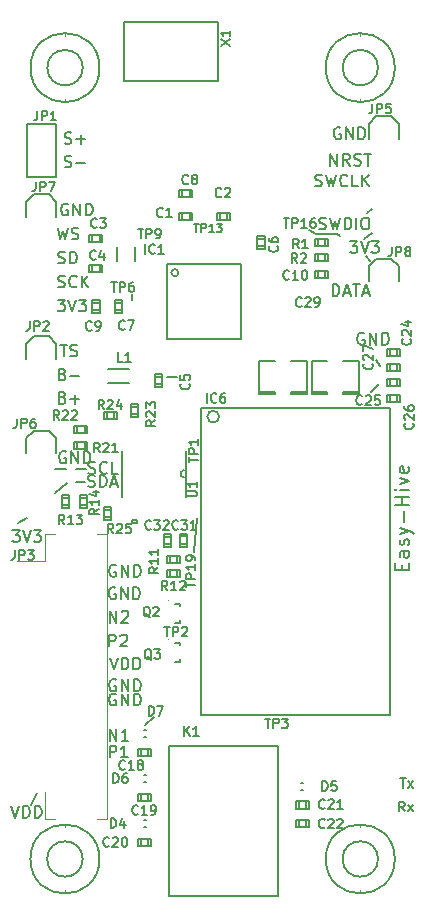
<source format=gbr>
G04 #@! TF.GenerationSoftware,KiCad,Pcbnew,5.1.8+dfsg1-1~bpo10+1*
G04 #@! TF.CreationDate,2021-01-14T22:26:34+01:00*
G04 #@! TF.ProjectId,_autosave-easyhive,5f617574-6f73-4617-9665-2d6561737968,rev?*
G04 #@! TF.SameCoordinates,Original*
G04 #@! TF.FileFunction,Legend,Top*
G04 #@! TF.FilePolarity,Positive*
%FSLAX46Y46*%
G04 Gerber Fmt 4.6, Leading zero omitted, Abs format (unit mm)*
G04 Created by KiCad (PCBNEW 5.1.8+dfsg1-1~bpo10+1) date 2021-01-14 22:26:34*
%MOMM*%
%LPD*%
G01*
G04 APERTURE LIST*
%ADD10C,0.150000*%
%ADD11C,0.152400*%
%ADD12C,0.127000*%
%ADD13C,0.100000*%
%ADD14C,0.203200*%
%ADD15C,0.200000*%
%ADD16C,0.050800*%
%ADD17C,0.120000*%
G04 APERTURE END LIST*
D10*
X164745119Y-134461904D02*
X164478452Y-134080952D01*
X164287976Y-134461904D02*
X164287976Y-133661904D01*
X164592738Y-133661904D01*
X164668928Y-133700000D01*
X164707023Y-133738095D01*
X164745119Y-133814285D01*
X164745119Y-133928571D01*
X164707023Y-134004761D01*
X164668928Y-134042857D01*
X164592738Y-134080952D01*
X164287976Y-134080952D01*
X165011785Y-134461904D02*
X165430833Y-133928571D01*
X165011785Y-133928571D02*
X165430833Y-134461904D01*
X164373690Y-131661904D02*
X164830833Y-131661904D01*
X164602261Y-132461904D02*
X164602261Y-131661904D01*
X165021309Y-132461904D02*
X165440357Y-131928571D01*
X165021309Y-131928571D02*
X165440357Y-132461904D01*
X162300000Y-96300000D02*
X162700000Y-96800000D01*
X159050000Y-85600000D02*
X159250000Y-85750000D01*
X157250000Y-85600000D02*
X159000000Y-85600000D01*
X156700000Y-85250000D02*
X157250000Y-85600000D01*
X161450000Y-87450000D02*
X161850000Y-87850000D01*
X142800000Y-127200000D02*
X143550000Y-126500000D01*
X140309404Y-123350000D02*
X140214166Y-123302380D01*
X140071309Y-123302380D01*
X139928452Y-123350000D01*
X139833214Y-123445238D01*
X139785595Y-123540476D01*
X139737976Y-123730952D01*
X139737976Y-123873809D01*
X139785595Y-124064285D01*
X139833214Y-124159523D01*
X139928452Y-124254761D01*
X140071309Y-124302380D01*
X140166547Y-124302380D01*
X140309404Y-124254761D01*
X140357023Y-124207142D01*
X140357023Y-123873809D01*
X140166547Y-123873809D01*
X140785595Y-124302380D02*
X140785595Y-123302380D01*
X141357023Y-124302380D01*
X141357023Y-123302380D01*
X141833214Y-124302380D02*
X141833214Y-123302380D01*
X142071309Y-123302380D01*
X142214166Y-123350000D01*
X142309404Y-123445238D01*
X142357023Y-123540476D01*
X142404642Y-123730952D01*
X142404642Y-123873809D01*
X142357023Y-124064285D01*
X142309404Y-124159523D01*
X142214166Y-124254761D01*
X142071309Y-124302380D01*
X141833214Y-124302380D01*
X147200000Y-109600000D02*
X146950000Y-112550000D01*
X161900000Y-99000000D02*
X162600000Y-98300000D01*
X140259404Y-115550000D02*
X140164166Y-115502380D01*
X140021309Y-115502380D01*
X139878452Y-115550000D01*
X139783214Y-115645238D01*
X139735595Y-115740476D01*
X139687976Y-115930952D01*
X139687976Y-116073809D01*
X139735595Y-116264285D01*
X139783214Y-116359523D01*
X139878452Y-116454761D01*
X140021309Y-116502380D01*
X140116547Y-116502380D01*
X140259404Y-116454761D01*
X140307023Y-116407142D01*
X140307023Y-116073809D01*
X140116547Y-116073809D01*
X140735595Y-116502380D02*
X140735595Y-115502380D01*
X141307023Y-116502380D01*
X141307023Y-115502380D01*
X141783214Y-116502380D02*
X141783214Y-115502380D01*
X142021309Y-115502380D01*
X142164166Y-115550000D01*
X142259404Y-115645238D01*
X142307023Y-115740476D01*
X142354642Y-115930952D01*
X142354642Y-116073809D01*
X142307023Y-116264285D01*
X142259404Y-116359523D01*
X142164166Y-116454761D01*
X142021309Y-116502380D01*
X141783214Y-116502380D01*
X145500000Y-97700000D02*
X144600000Y-97700000D01*
X141700000Y-91200000D02*
X141650000Y-90650000D01*
X158664404Y-90852380D02*
X158664404Y-89852380D01*
X158902500Y-89852380D01*
X159045357Y-89900000D01*
X159140595Y-89995238D01*
X159188214Y-90090476D01*
X159235833Y-90280952D01*
X159235833Y-90423809D01*
X159188214Y-90614285D01*
X159140595Y-90709523D01*
X159045357Y-90804761D01*
X158902500Y-90852380D01*
X158664404Y-90852380D01*
X159616785Y-90566666D02*
X160092976Y-90566666D01*
X159521547Y-90852380D02*
X159854880Y-89852380D01*
X160188214Y-90852380D01*
X160378690Y-89852380D02*
X160950119Y-89852380D01*
X160664404Y-90852380D02*
X160664404Y-89852380D01*
X161235833Y-90566666D02*
X161712023Y-90566666D01*
X161140595Y-90852380D02*
X161473928Y-89852380D01*
X161807261Y-90852380D01*
X161350000Y-85981540D02*
X162000000Y-85500000D01*
X161316785Y-94000000D02*
X161221547Y-93952380D01*
X161078690Y-93952380D01*
X160935833Y-94000000D01*
X160840595Y-94095238D01*
X160792976Y-94190476D01*
X160745357Y-94380952D01*
X160745357Y-94523809D01*
X160792976Y-94714285D01*
X160840595Y-94809523D01*
X160935833Y-94904761D01*
X161078690Y-94952380D01*
X161173928Y-94952380D01*
X161316785Y-94904761D01*
X161364404Y-94857142D01*
X161364404Y-94523809D01*
X161173928Y-94523809D01*
X161792976Y-94952380D02*
X161792976Y-93952380D01*
X162364404Y-94952380D01*
X162364404Y-93952380D01*
X162840595Y-94952380D02*
X162840595Y-93952380D01*
X163078690Y-93952380D01*
X163221547Y-94000000D01*
X163316785Y-94095238D01*
X163364404Y-94190476D01*
X163412023Y-94380952D01*
X163412023Y-94523809D01*
X163364404Y-94714285D01*
X163316785Y-94809523D01*
X163221547Y-94904761D01*
X163078690Y-94952380D01*
X162840595Y-94952380D01*
X132740400Y-109601000D02*
X132029200Y-110058200D01*
X137769600Y-105511600D02*
X136961600Y-105529000D01*
X135971576Y-77908361D02*
X136114433Y-77955980D01*
X136352528Y-77955980D01*
X136447766Y-77908361D01*
X136495385Y-77860742D01*
X136543004Y-77765504D01*
X136543004Y-77670266D01*
X136495385Y-77575028D01*
X136447766Y-77527409D01*
X136352528Y-77479790D01*
X136162052Y-77432171D01*
X136066814Y-77384552D01*
X136019195Y-77336933D01*
X135971576Y-77241695D01*
X135971576Y-77146457D01*
X136019195Y-77051219D01*
X136066814Y-77003600D01*
X136162052Y-76955980D01*
X136400147Y-76955980D01*
X136543004Y-77003600D01*
X136971576Y-77575028D02*
X137733480Y-77575028D01*
X137352528Y-77955980D02*
X137352528Y-77194076D01*
X135971576Y-79908361D02*
X136114433Y-79955980D01*
X136352528Y-79955980D01*
X136447766Y-79908361D01*
X136495385Y-79860742D01*
X136543004Y-79765504D01*
X136543004Y-79670266D01*
X136495385Y-79575028D01*
X136447766Y-79527409D01*
X136352528Y-79479790D01*
X136162052Y-79432171D01*
X136066814Y-79384552D01*
X136019195Y-79336933D01*
X135971576Y-79241695D01*
X135971576Y-79146457D01*
X136019195Y-79051219D01*
X136066814Y-79003600D01*
X136162052Y-78955980D01*
X136400147Y-78955980D01*
X136543004Y-79003600D01*
X136971576Y-79575028D02*
X137733480Y-79575028D01*
X135368357Y-85050380D02*
X135606452Y-86050380D01*
X135796928Y-85336095D01*
X135987404Y-86050380D01*
X136225500Y-85050380D01*
X136558833Y-86002761D02*
X136701690Y-86050380D01*
X136939785Y-86050380D01*
X137035023Y-86002761D01*
X137082642Y-85955142D01*
X137130261Y-85859904D01*
X137130261Y-85764666D01*
X137082642Y-85669428D01*
X137035023Y-85621809D01*
X136939785Y-85574190D01*
X136749309Y-85526571D01*
X136654071Y-85478952D01*
X136606452Y-85431333D01*
X136558833Y-85336095D01*
X136558833Y-85240857D01*
X136606452Y-85145619D01*
X136654071Y-85098000D01*
X136749309Y-85050380D01*
X136987404Y-85050380D01*
X137130261Y-85098000D01*
X135415976Y-88034761D02*
X135558833Y-88082380D01*
X135796928Y-88082380D01*
X135892166Y-88034761D01*
X135939785Y-87987142D01*
X135987404Y-87891904D01*
X135987404Y-87796666D01*
X135939785Y-87701428D01*
X135892166Y-87653809D01*
X135796928Y-87606190D01*
X135606452Y-87558571D01*
X135511214Y-87510952D01*
X135463595Y-87463333D01*
X135415976Y-87368095D01*
X135415976Y-87272857D01*
X135463595Y-87177619D01*
X135511214Y-87130000D01*
X135606452Y-87082380D01*
X135844547Y-87082380D01*
X135987404Y-87130000D01*
X136415976Y-88082380D02*
X136415976Y-87082380D01*
X136654071Y-87082380D01*
X136796928Y-87130000D01*
X136892166Y-87225238D01*
X136939785Y-87320476D01*
X136987404Y-87510952D01*
X136987404Y-87653809D01*
X136939785Y-87844285D01*
X136892166Y-87939523D01*
X136796928Y-88034761D01*
X136654071Y-88082380D01*
X136415976Y-88082380D01*
X135415976Y-90066761D02*
X135558833Y-90114380D01*
X135796928Y-90114380D01*
X135892166Y-90066761D01*
X135939785Y-90019142D01*
X135987404Y-89923904D01*
X135987404Y-89828666D01*
X135939785Y-89733428D01*
X135892166Y-89685809D01*
X135796928Y-89638190D01*
X135606452Y-89590571D01*
X135511214Y-89542952D01*
X135463595Y-89495333D01*
X135415976Y-89400095D01*
X135415976Y-89304857D01*
X135463595Y-89209619D01*
X135511214Y-89162000D01*
X135606452Y-89114380D01*
X135844547Y-89114380D01*
X135987404Y-89162000D01*
X136987404Y-90019142D02*
X136939785Y-90066761D01*
X136796928Y-90114380D01*
X136701690Y-90114380D01*
X136558833Y-90066761D01*
X136463595Y-89971523D01*
X136415976Y-89876285D01*
X136368357Y-89685809D01*
X136368357Y-89542952D01*
X136415976Y-89352476D01*
X136463595Y-89257238D01*
X136558833Y-89162000D01*
X136701690Y-89114380D01*
X136796928Y-89114380D01*
X136939785Y-89162000D01*
X136987404Y-89209619D01*
X137415976Y-90114380D02*
X137415976Y-89114380D01*
X137987404Y-90114380D02*
X137558833Y-89542952D01*
X137987404Y-89114380D02*
X137415976Y-89685809D01*
X135592738Y-94952380D02*
X136164166Y-94952380D01*
X135878452Y-95952380D02*
X135878452Y-94952380D01*
X136449880Y-95904761D02*
X136592738Y-95952380D01*
X136830833Y-95952380D01*
X136926071Y-95904761D01*
X136973690Y-95857142D01*
X137021309Y-95761904D01*
X137021309Y-95666666D01*
X136973690Y-95571428D01*
X136926071Y-95523809D01*
X136830833Y-95476190D01*
X136640357Y-95428571D01*
X136545119Y-95380952D01*
X136497500Y-95333333D01*
X136449880Y-95238095D01*
X136449880Y-95142857D01*
X136497500Y-95047619D01*
X136545119Y-95000000D01*
X136640357Y-94952380D01*
X136878452Y-94952380D01*
X137021309Y-95000000D01*
X135796928Y-97464571D02*
X135939785Y-97512190D01*
X135987404Y-97559809D01*
X136035023Y-97655047D01*
X136035023Y-97797904D01*
X135987404Y-97893142D01*
X135939785Y-97940761D01*
X135844547Y-97988380D01*
X135463595Y-97988380D01*
X135463595Y-96988380D01*
X135796928Y-96988380D01*
X135892166Y-97036000D01*
X135939785Y-97083619D01*
X135987404Y-97178857D01*
X135987404Y-97274095D01*
X135939785Y-97369333D01*
X135892166Y-97416952D01*
X135796928Y-97464571D01*
X135463595Y-97464571D01*
X136463595Y-97607428D02*
X137225500Y-97607428D01*
X135796928Y-99432171D02*
X135939785Y-99479790D01*
X135987404Y-99527409D01*
X136035023Y-99622647D01*
X136035023Y-99765504D01*
X135987404Y-99860742D01*
X135939785Y-99908361D01*
X135844547Y-99955980D01*
X135463595Y-99955980D01*
X135463595Y-98955980D01*
X135796928Y-98955980D01*
X135892166Y-99003600D01*
X135939785Y-99051219D01*
X135987404Y-99146457D01*
X135987404Y-99241695D01*
X135939785Y-99336933D01*
X135892166Y-99384552D01*
X135796928Y-99432171D01*
X135463595Y-99432171D01*
X136463595Y-99575028D02*
X137225500Y-99575028D01*
X136844547Y-99955980D02*
X136844547Y-99194076D01*
X137981376Y-105840161D02*
X138124233Y-105887780D01*
X138362328Y-105887780D01*
X138457566Y-105840161D01*
X138505185Y-105792542D01*
X138552804Y-105697304D01*
X138552804Y-105602066D01*
X138505185Y-105506828D01*
X138457566Y-105459209D01*
X138362328Y-105411590D01*
X138171852Y-105363971D01*
X138076614Y-105316352D01*
X138028995Y-105268733D01*
X137981376Y-105173495D01*
X137981376Y-105078257D01*
X138028995Y-104983019D01*
X138076614Y-104935400D01*
X138171852Y-104887780D01*
X138409947Y-104887780D01*
X138552804Y-104935400D01*
X139552804Y-105792542D02*
X139505185Y-105840161D01*
X139362328Y-105887780D01*
X139267090Y-105887780D01*
X139124233Y-105840161D01*
X139028995Y-105744923D01*
X138981376Y-105649685D01*
X138933757Y-105459209D01*
X138933757Y-105316352D01*
X138981376Y-105125876D01*
X139028995Y-105030638D01*
X139124233Y-104935400D01*
X139267090Y-104887780D01*
X139362328Y-104887780D01*
X139505185Y-104935400D01*
X139552804Y-104983019D01*
X140457566Y-105887780D02*
X139981376Y-105887780D01*
X139981376Y-104887780D01*
X137955976Y-106957761D02*
X138098833Y-107005380D01*
X138336928Y-107005380D01*
X138432166Y-106957761D01*
X138479785Y-106910142D01*
X138527404Y-106814904D01*
X138527404Y-106719666D01*
X138479785Y-106624428D01*
X138432166Y-106576809D01*
X138336928Y-106529190D01*
X138146452Y-106481571D01*
X138051214Y-106433952D01*
X138003595Y-106386333D01*
X137955976Y-106291095D01*
X137955976Y-106195857D01*
X138003595Y-106100619D01*
X138051214Y-106053000D01*
X138146452Y-106005380D01*
X138384547Y-106005380D01*
X138527404Y-106053000D01*
X138955976Y-107005380D02*
X138955976Y-106005380D01*
X139194071Y-106005380D01*
X139336928Y-106053000D01*
X139432166Y-106148238D01*
X139479785Y-106243476D01*
X139527404Y-106433952D01*
X139527404Y-106576809D01*
X139479785Y-106767285D01*
X139432166Y-106862523D01*
X139336928Y-106957761D01*
X139194071Y-107005380D01*
X138955976Y-107005380D01*
X139908357Y-106719666D02*
X140384547Y-106719666D01*
X139813119Y-107005380D02*
X140146452Y-106005380D01*
X140479785Y-107005380D01*
X139735595Y-120502380D02*
X139735595Y-119502380D01*
X140116547Y-119502380D01*
X140211785Y-119550000D01*
X140259404Y-119597619D01*
X140307023Y-119692857D01*
X140307023Y-119835714D01*
X140259404Y-119930952D01*
X140211785Y-119978571D01*
X140116547Y-120026190D01*
X139735595Y-120026190D01*
X140687976Y-119597619D02*
X140735595Y-119550000D01*
X140830833Y-119502380D01*
X141068928Y-119502380D01*
X141164166Y-119550000D01*
X141211785Y-119597619D01*
X141259404Y-119692857D01*
X141259404Y-119788095D01*
X141211785Y-119930952D01*
X140640357Y-120502380D01*
X141259404Y-120502380D01*
X139785595Y-118502380D02*
X139785595Y-117502380D01*
X140357023Y-118502380D01*
X140357023Y-117502380D01*
X140785595Y-117597619D02*
X140833214Y-117550000D01*
X140928452Y-117502380D01*
X141166547Y-117502380D01*
X141261785Y-117550000D01*
X141309404Y-117597619D01*
X141357023Y-117692857D01*
X141357023Y-117788095D01*
X141309404Y-117930952D01*
X140737976Y-118502380D01*
X141357023Y-118502380D01*
X139785595Y-128502380D02*
X139785595Y-127502380D01*
X140357023Y-128502380D01*
X140357023Y-127502380D01*
X141357023Y-128502380D02*
X140785595Y-128502380D01*
X141071309Y-128502380D02*
X141071309Y-127502380D01*
X140976071Y-127645238D01*
X140880833Y-127740476D01*
X140785595Y-127788095D01*
X139785595Y-129902380D02*
X139785595Y-128902380D01*
X140166547Y-128902380D01*
X140261785Y-128950000D01*
X140309404Y-128997619D01*
X140357023Y-129092857D01*
X140357023Y-129235714D01*
X140309404Y-129330952D01*
X140261785Y-129378571D01*
X140166547Y-129426190D01*
X139785595Y-129426190D01*
X141309404Y-129902380D02*
X140737976Y-129902380D01*
X141023690Y-129902380D02*
X141023690Y-128902380D01*
X140928452Y-129045238D01*
X140833214Y-129140476D01*
X140737976Y-129188095D01*
X159316785Y-76600000D02*
X159221547Y-76552380D01*
X159078690Y-76552380D01*
X158935833Y-76600000D01*
X158840595Y-76695238D01*
X158792976Y-76790476D01*
X158745357Y-76980952D01*
X158745357Y-77123809D01*
X158792976Y-77314285D01*
X158840595Y-77409523D01*
X158935833Y-77504761D01*
X159078690Y-77552380D01*
X159173928Y-77552380D01*
X159316785Y-77504761D01*
X159364404Y-77457142D01*
X159364404Y-77123809D01*
X159173928Y-77123809D01*
X159792976Y-77552380D02*
X159792976Y-76552380D01*
X160364404Y-77552380D01*
X160364404Y-76552380D01*
X160840595Y-77552380D02*
X160840595Y-76552380D01*
X161078690Y-76552380D01*
X161221547Y-76600000D01*
X161316785Y-76695238D01*
X161364404Y-76790476D01*
X161412023Y-76980952D01*
X161412023Y-77123809D01*
X161364404Y-77314285D01*
X161316785Y-77409523D01*
X161221547Y-77504761D01*
X161078690Y-77552380D01*
X160840595Y-77552380D01*
X158478690Y-79802380D02*
X158478690Y-78802380D01*
X159050119Y-79802380D01*
X159050119Y-78802380D01*
X160097738Y-79802380D02*
X159764404Y-79326190D01*
X159526309Y-79802380D02*
X159526309Y-78802380D01*
X159907261Y-78802380D01*
X160002500Y-78850000D01*
X160050119Y-78897619D01*
X160097738Y-78992857D01*
X160097738Y-79135714D01*
X160050119Y-79230952D01*
X160002500Y-79278571D01*
X159907261Y-79326190D01*
X159526309Y-79326190D01*
X160478690Y-79754761D02*
X160621547Y-79802380D01*
X160859642Y-79802380D01*
X160954880Y-79754761D01*
X161002500Y-79707142D01*
X161050119Y-79611904D01*
X161050119Y-79516666D01*
X161002500Y-79421428D01*
X160954880Y-79373809D01*
X160859642Y-79326190D01*
X160669166Y-79278571D01*
X160573928Y-79230952D01*
X160526309Y-79183333D01*
X160478690Y-79088095D01*
X160478690Y-78992857D01*
X160526309Y-78897619D01*
X160573928Y-78850000D01*
X160669166Y-78802380D01*
X160907261Y-78802380D01*
X161050119Y-78850000D01*
X161335833Y-78802380D02*
X161907261Y-78802380D01*
X161621547Y-79802380D02*
X161621547Y-78802380D01*
X157188214Y-81504761D02*
X157331071Y-81552380D01*
X157569166Y-81552380D01*
X157664404Y-81504761D01*
X157712023Y-81457142D01*
X157759642Y-81361904D01*
X157759642Y-81266666D01*
X157712023Y-81171428D01*
X157664404Y-81123809D01*
X157569166Y-81076190D01*
X157378690Y-81028571D01*
X157283452Y-80980952D01*
X157235833Y-80933333D01*
X157188214Y-80838095D01*
X157188214Y-80742857D01*
X157235833Y-80647619D01*
X157283452Y-80600000D01*
X157378690Y-80552380D01*
X157616785Y-80552380D01*
X157759642Y-80600000D01*
X158092976Y-80552380D02*
X158331071Y-81552380D01*
X158521547Y-80838095D01*
X158712023Y-81552380D01*
X158950119Y-80552380D01*
X159902500Y-81457142D02*
X159854880Y-81504761D01*
X159712023Y-81552380D01*
X159616785Y-81552380D01*
X159473928Y-81504761D01*
X159378690Y-81409523D01*
X159331071Y-81314285D01*
X159283452Y-81123809D01*
X159283452Y-80980952D01*
X159331071Y-80790476D01*
X159378690Y-80695238D01*
X159473928Y-80600000D01*
X159616785Y-80552380D01*
X159712023Y-80552380D01*
X159854880Y-80600000D01*
X159902500Y-80647619D01*
X160807261Y-81552380D02*
X160331071Y-81552380D01*
X160331071Y-80552380D01*
X161140595Y-81552380D02*
X161140595Y-80552380D01*
X161712023Y-81552380D02*
X161283452Y-80980952D01*
X161712023Y-80552380D02*
X161140595Y-81123809D01*
X157523928Y-85154761D02*
X157666785Y-85202380D01*
X157904880Y-85202380D01*
X158000119Y-85154761D01*
X158047738Y-85107142D01*
X158095357Y-85011904D01*
X158095357Y-84916666D01*
X158047738Y-84821428D01*
X158000119Y-84773809D01*
X157904880Y-84726190D01*
X157714404Y-84678571D01*
X157619166Y-84630952D01*
X157571547Y-84583333D01*
X157523928Y-84488095D01*
X157523928Y-84392857D01*
X157571547Y-84297619D01*
X157619166Y-84250000D01*
X157714404Y-84202380D01*
X157952500Y-84202380D01*
X158095357Y-84250000D01*
X158428690Y-84202380D02*
X158666785Y-85202380D01*
X158857261Y-84488095D01*
X159047738Y-85202380D01*
X159285833Y-84202380D01*
X159666785Y-85202380D02*
X159666785Y-84202380D01*
X159904880Y-84202380D01*
X160047738Y-84250000D01*
X160142976Y-84345238D01*
X160190595Y-84440476D01*
X160238214Y-84630952D01*
X160238214Y-84773809D01*
X160190595Y-84964285D01*
X160142976Y-85059523D01*
X160047738Y-85154761D01*
X159904880Y-85202380D01*
X159666785Y-85202380D01*
X160666785Y-85202380D02*
X160666785Y-84202380D01*
X161333452Y-84202380D02*
X161523928Y-84202380D01*
X161619166Y-84250000D01*
X161714404Y-84345238D01*
X161762023Y-84535714D01*
X161762023Y-84869047D01*
X161714404Y-85059523D01*
X161619166Y-85154761D01*
X161523928Y-85202380D01*
X161333452Y-85202380D01*
X161238214Y-85154761D01*
X161142976Y-85059523D01*
X161095357Y-84869047D01*
X161095357Y-84535714D01*
X161142976Y-84345238D01*
X161238214Y-84250000D01*
X161333452Y-84202380D01*
X160133452Y-86202380D02*
X160752500Y-86202380D01*
X160419166Y-86583333D01*
X160562023Y-86583333D01*
X160657261Y-86630952D01*
X160704880Y-86678571D01*
X160752500Y-86773809D01*
X160752500Y-87011904D01*
X160704880Y-87107142D01*
X160657261Y-87154761D01*
X160562023Y-87202380D01*
X160276309Y-87202380D01*
X160181071Y-87154761D01*
X160133452Y-87107142D01*
X161038214Y-86202380D02*
X161371547Y-87202380D01*
X161704880Y-86202380D01*
X161942976Y-86202380D02*
X162562023Y-86202380D01*
X162228690Y-86583333D01*
X162371547Y-86583333D01*
X162466785Y-86630952D01*
X162514404Y-86678571D01*
X162562023Y-86773809D01*
X162562023Y-87011904D01*
X162514404Y-87107142D01*
X162466785Y-87154761D01*
X162371547Y-87202380D01*
X162085833Y-87202380D01*
X161990595Y-87154761D01*
X161942976Y-87107142D01*
X137718800Y-106553000D02*
X136917300Y-106553000D01*
X136150000Y-106650000D02*
X135183600Y-107503600D01*
X136093200Y-105511600D02*
X135183600Y-105503600D01*
X161600000Y-83800000D02*
X162001100Y-83503600D01*
X136241404Y-83066000D02*
X136146166Y-83018380D01*
X136003309Y-83018380D01*
X135860452Y-83066000D01*
X135765214Y-83161238D01*
X135717595Y-83256476D01*
X135669976Y-83446952D01*
X135669976Y-83589809D01*
X135717595Y-83780285D01*
X135765214Y-83875523D01*
X135860452Y-83970761D01*
X136003309Y-84018380D01*
X136098547Y-84018380D01*
X136241404Y-83970761D01*
X136289023Y-83923142D01*
X136289023Y-83589809D01*
X136098547Y-83589809D01*
X136717595Y-84018380D02*
X136717595Y-83018380D01*
X137289023Y-84018380D01*
X137289023Y-83018380D01*
X137765214Y-84018380D02*
X137765214Y-83018380D01*
X138003309Y-83018380D01*
X138146166Y-83066000D01*
X138241404Y-83161238D01*
X138289023Y-83256476D01*
X138336642Y-83446952D01*
X138336642Y-83589809D01*
X138289023Y-83780285D01*
X138241404Y-83875523D01*
X138146166Y-83970761D01*
X138003309Y-84018380D01*
X137765214Y-84018380D01*
X136063604Y-104046400D02*
X135968366Y-103998780D01*
X135825509Y-103998780D01*
X135682652Y-104046400D01*
X135587414Y-104141638D01*
X135539795Y-104236876D01*
X135492176Y-104427352D01*
X135492176Y-104570209D01*
X135539795Y-104760685D01*
X135587414Y-104855923D01*
X135682652Y-104951161D01*
X135825509Y-104998780D01*
X135920747Y-104998780D01*
X136063604Y-104951161D01*
X136111223Y-104903542D01*
X136111223Y-104570209D01*
X135920747Y-104570209D01*
X136539795Y-104998780D02*
X136539795Y-103998780D01*
X137111223Y-104998780D01*
X137111223Y-103998780D01*
X137587414Y-104998780D02*
X137587414Y-103998780D01*
X137825509Y-103998780D01*
X137968366Y-104046400D01*
X138063604Y-104141638D01*
X138111223Y-104236876D01*
X138158842Y-104427352D01*
X138158842Y-104570209D01*
X138111223Y-104760685D01*
X138063604Y-104855923D01*
X137968366Y-104951161D01*
X137825509Y-104998780D01*
X137587414Y-104998780D01*
X140309404Y-113650000D02*
X140214166Y-113602380D01*
X140071309Y-113602380D01*
X139928452Y-113650000D01*
X139833214Y-113745238D01*
X139785595Y-113840476D01*
X139737976Y-114030952D01*
X139737976Y-114173809D01*
X139785595Y-114364285D01*
X139833214Y-114459523D01*
X139928452Y-114554761D01*
X140071309Y-114602380D01*
X140166547Y-114602380D01*
X140309404Y-114554761D01*
X140357023Y-114507142D01*
X140357023Y-114173809D01*
X140166547Y-114173809D01*
X140785595Y-114602380D02*
X140785595Y-113602380D01*
X141357023Y-114602380D01*
X141357023Y-113602380D01*
X141833214Y-114602380D02*
X141833214Y-113602380D01*
X142071309Y-113602380D01*
X142214166Y-113650000D01*
X142309404Y-113745238D01*
X142357023Y-113840476D01*
X142404642Y-114030952D01*
X142404642Y-114173809D01*
X142357023Y-114364285D01*
X142309404Y-114459523D01*
X142214166Y-114554761D01*
X142071309Y-114602380D01*
X141833214Y-114602380D01*
X140309404Y-124550000D02*
X140214166Y-124502380D01*
X140071309Y-124502380D01*
X139928452Y-124550000D01*
X139833214Y-124645238D01*
X139785595Y-124740476D01*
X139737976Y-124930952D01*
X139737976Y-125073809D01*
X139785595Y-125264285D01*
X139833214Y-125359523D01*
X139928452Y-125454761D01*
X140071309Y-125502380D01*
X140166547Y-125502380D01*
X140309404Y-125454761D01*
X140357023Y-125407142D01*
X140357023Y-125073809D01*
X140166547Y-125073809D01*
X140785595Y-125502380D02*
X140785595Y-124502380D01*
X141357023Y-125502380D01*
X141357023Y-124502380D01*
X141833214Y-125502380D02*
X141833214Y-124502380D01*
X142071309Y-124502380D01*
X142214166Y-124550000D01*
X142309404Y-124645238D01*
X142357023Y-124740476D01*
X142404642Y-124930952D01*
X142404642Y-125073809D01*
X142357023Y-125264285D01*
X142309404Y-125359523D01*
X142214166Y-125454761D01*
X142071309Y-125502380D01*
X141833214Y-125502380D01*
X139792738Y-121452380D02*
X140126071Y-122452380D01*
X140459404Y-121452380D01*
X140792738Y-122452380D02*
X140792738Y-121452380D01*
X141030833Y-121452380D01*
X141173690Y-121500000D01*
X141268928Y-121595238D01*
X141316547Y-121690476D01*
X141364166Y-121880952D01*
X141364166Y-122023809D01*
X141316547Y-122214285D01*
X141268928Y-122309523D01*
X141173690Y-122404761D01*
X141030833Y-122452380D01*
X140792738Y-122452380D01*
X141792738Y-122452380D02*
X141792738Y-121452380D01*
X142030833Y-121452380D01*
X142173690Y-121500000D01*
X142268928Y-121595238D01*
X142316547Y-121690476D01*
X142364166Y-121880952D01*
X142364166Y-122023809D01*
X142316547Y-122214285D01*
X142268928Y-122309523D01*
X142173690Y-122404761D01*
X142030833Y-122452380D01*
X141792738Y-122452380D01*
X131442738Y-134002380D02*
X131776071Y-135002380D01*
X132109404Y-134002380D01*
X132442738Y-135002380D02*
X132442738Y-134002380D01*
X132680833Y-134002380D01*
X132823690Y-134050000D01*
X132918928Y-134145238D01*
X132966547Y-134240476D01*
X133014166Y-134430952D01*
X133014166Y-134573809D01*
X132966547Y-134764285D01*
X132918928Y-134859523D01*
X132823690Y-134954761D01*
X132680833Y-135002380D01*
X132442738Y-135002380D01*
X133442738Y-135002380D02*
X133442738Y-134002380D01*
X133680833Y-134002380D01*
X133823690Y-134050000D01*
X133918928Y-134145238D01*
X133966547Y-134240476D01*
X134014166Y-134430952D01*
X134014166Y-134573809D01*
X133966547Y-134764285D01*
X133918928Y-134859523D01*
X133823690Y-134954761D01*
X133680833Y-135002380D01*
X133442738Y-135002380D01*
X135368357Y-91146380D02*
X135987404Y-91146380D01*
X135654071Y-91527333D01*
X135796928Y-91527333D01*
X135892166Y-91574952D01*
X135939785Y-91622571D01*
X135987404Y-91717809D01*
X135987404Y-91955904D01*
X135939785Y-92051142D01*
X135892166Y-92098761D01*
X135796928Y-92146380D01*
X135511214Y-92146380D01*
X135415976Y-92098761D01*
X135368357Y-92051142D01*
X136273119Y-91146380D02*
X136606452Y-92146380D01*
X136939785Y-91146380D01*
X137177880Y-91146380D02*
X137796928Y-91146380D01*
X137463595Y-91527333D01*
X137606452Y-91527333D01*
X137701690Y-91574952D01*
X137749309Y-91622571D01*
X137796928Y-91717809D01*
X137796928Y-91955904D01*
X137749309Y-92051142D01*
X137701690Y-92098761D01*
X137606452Y-92146380D01*
X137320738Y-92146380D01*
X137225500Y-92098761D01*
X137177880Y-92051142D01*
X131540357Y-110652380D02*
X132159404Y-110652380D01*
X131826071Y-111033333D01*
X131968928Y-111033333D01*
X132064166Y-111080952D01*
X132111785Y-111128571D01*
X132159404Y-111223809D01*
X132159404Y-111461904D01*
X132111785Y-111557142D01*
X132064166Y-111604761D01*
X131968928Y-111652380D01*
X131683214Y-111652380D01*
X131587976Y-111604761D01*
X131540357Y-111557142D01*
X132445119Y-110652380D02*
X132778452Y-111652380D01*
X133111785Y-110652380D01*
X133349880Y-110652380D02*
X133968928Y-110652380D01*
X133635595Y-111033333D01*
X133778452Y-111033333D01*
X133873690Y-111080952D01*
X133921309Y-111128571D01*
X133968928Y-111223809D01*
X133968928Y-111461904D01*
X133921309Y-111557142D01*
X133873690Y-111604761D01*
X133778452Y-111652380D01*
X133492738Y-111652380D01*
X133397500Y-111604761D01*
X133349880Y-111557142D01*
X133150000Y-133950000D02*
X133635900Y-132956300D01*
X164506285Y-114043785D02*
X164506285Y-113643785D01*
X165134857Y-113472357D02*
X165134857Y-114043785D01*
X163934857Y-114043785D01*
X163934857Y-113472357D01*
X165134857Y-112443785D02*
X164506285Y-112443785D01*
X164392000Y-112500928D01*
X164334857Y-112615214D01*
X164334857Y-112843785D01*
X164392000Y-112958071D01*
X165077714Y-112443785D02*
X165134857Y-112558071D01*
X165134857Y-112843785D01*
X165077714Y-112958071D01*
X164963428Y-113015214D01*
X164849142Y-113015214D01*
X164734857Y-112958071D01*
X164677714Y-112843785D01*
X164677714Y-112558071D01*
X164620571Y-112443785D01*
X165077714Y-111929500D02*
X165134857Y-111815214D01*
X165134857Y-111586642D01*
X165077714Y-111472357D01*
X164963428Y-111415214D01*
X164906285Y-111415214D01*
X164792000Y-111472357D01*
X164734857Y-111586642D01*
X164734857Y-111758071D01*
X164677714Y-111872357D01*
X164563428Y-111929500D01*
X164506285Y-111929500D01*
X164392000Y-111872357D01*
X164334857Y-111758071D01*
X164334857Y-111586642D01*
X164392000Y-111472357D01*
X164334857Y-111015214D02*
X165134857Y-110729500D01*
X164334857Y-110443785D02*
X165134857Y-110729500D01*
X165420571Y-110843785D01*
X165477714Y-110900928D01*
X165534857Y-111015214D01*
X164677714Y-109986642D02*
X164677714Y-109072357D01*
X165134857Y-108500928D02*
X163934857Y-108500928D01*
X164506285Y-108500928D02*
X164506285Y-107815214D01*
X165134857Y-107815214D02*
X163934857Y-107815214D01*
X165134857Y-107243785D02*
X164334857Y-107243785D01*
X163934857Y-107243785D02*
X163992000Y-107300928D01*
X164049142Y-107243785D01*
X163992000Y-107186642D01*
X163934857Y-107243785D01*
X164049142Y-107243785D01*
X164334857Y-106786642D02*
X165134857Y-106500928D01*
X164334857Y-106215214D01*
X165077714Y-105300928D02*
X165134857Y-105415214D01*
X165134857Y-105643785D01*
X165077714Y-105758071D01*
X164963428Y-105815214D01*
X164506285Y-105815214D01*
X164392000Y-105758071D01*
X164334857Y-105643785D01*
X164334857Y-105415214D01*
X164392000Y-105300928D01*
X164506285Y-105243785D01*
X164620571Y-105243785D01*
X164734857Y-105815214D01*
D11*
X142090498Y-109801999D02*
X142090498Y-110055999D01*
X141709498Y-109801999D02*
X142090498Y-109801999D01*
X141709498Y-110055999D02*
X141709498Y-109801999D01*
X142090498Y-110055999D02*
X141709498Y-110055999D01*
X146204699Y-107842998D02*
X146204699Y-103949002D01*
X140845299Y-103949002D02*
X140845299Y-107842998D01*
X146077699Y-105591200D02*
G75*
G03*
X146077699Y-106200800I0J-304800D01*
G01*
D12*
X148971100Y-67637600D02*
X148971100Y-72637600D01*
X148971100Y-72637600D02*
X140971100Y-72637600D01*
X140971100Y-72637600D02*
X140971100Y-67637600D01*
X140971100Y-67637600D02*
X148971100Y-67637600D01*
D13*
X144755499Y-119922002D02*
G75*
G03*
X144755499Y-119922002I-50000J0D01*
G01*
D10*
X145339897Y-120200000D02*
X145752497Y-120200000D01*
X145339897Y-121800002D02*
X145752497Y-121800002D01*
X145752500Y-120422001D02*
X145752500Y-120200000D01*
X145752500Y-121800002D02*
X145752500Y-121578001D01*
D13*
X144750500Y-116621999D02*
G75*
G03*
X144750500Y-116621999I-50000J0D01*
G01*
D10*
X145334898Y-116899997D02*
X145747498Y-116899997D01*
X145334898Y-118499999D02*
X145747498Y-118499999D01*
X145747501Y-117121998D02*
X145747501Y-116899997D01*
X145747501Y-118499999D02*
X145747501Y-118277998D01*
D14*
X164270000Y-88328000D02*
X164270000Y-89598000D01*
X163635000Y-87693000D02*
X162365000Y-87693000D01*
X164270000Y-88328000D02*
X163635000Y-87693000D01*
X162365000Y-87693000D02*
X161730000Y-88328000D01*
X161730000Y-89598000D02*
X161730000Y-88328000D01*
X132731100Y-104138600D02*
X132731100Y-102868600D01*
X133366100Y-102233600D02*
X132731100Y-102868600D01*
X135271100Y-102868600D02*
X134636100Y-102233600D01*
X134636100Y-102233600D02*
X133366100Y-102233600D01*
X135271100Y-102868600D02*
X135271100Y-104138600D01*
X132731100Y-96138600D02*
X132731100Y-94868600D01*
X133366100Y-94233600D02*
X132731100Y-94868600D01*
X135271100Y-94868600D02*
X134636100Y-94233600D01*
X134636100Y-94233600D02*
X133366100Y-94233600D01*
X135271100Y-94868600D02*
X135271100Y-96138600D01*
X132731100Y-84138600D02*
X132731100Y-82868600D01*
X133366100Y-82233600D02*
X132731100Y-82868600D01*
X135271100Y-82868600D02*
X134636100Y-82233600D01*
X134636100Y-82233600D02*
X133366100Y-82233600D01*
X135271100Y-82868600D02*
X135271100Y-84138600D01*
X161731100Y-77538600D02*
X161731100Y-76268600D01*
X162366100Y-75633600D02*
X161731100Y-76268600D01*
X164271100Y-76268600D02*
X163636100Y-75633600D01*
X163636100Y-75633600D02*
X162366100Y-75633600D01*
X164271100Y-76268600D02*
X164271100Y-77538600D01*
D12*
X135251100Y-80753600D02*
X132751100Y-80753600D01*
X135251100Y-76253600D02*
X135251100Y-80753600D01*
X132751100Y-76253600D02*
X135251100Y-76253600D01*
X132751100Y-80753600D02*
X132751100Y-76253600D01*
X139898400Y-109778000D02*
X139298400Y-109778000D01*
X139898400Y-108678000D02*
X139298400Y-108678000D01*
X139298400Y-109778000D02*
X139298400Y-109528000D01*
X139298400Y-109528000D02*
X139298400Y-108928000D01*
X139298400Y-108928000D02*
X139298400Y-108678000D01*
X139898400Y-109778000D02*
X139898400Y-109528000D01*
X139898400Y-109528000D02*
X139898400Y-108928000D01*
X139898400Y-108928000D02*
X139898400Y-108678000D01*
X139898400Y-109528000D02*
X139298400Y-109528000D01*
X139898400Y-108928000D02*
X139298400Y-108928000D01*
X139277000Y-101290400D02*
X139277000Y-100690400D01*
X140377000Y-101290400D02*
X140377000Y-100690400D01*
X139277000Y-100690400D02*
X139527000Y-100690400D01*
X139527000Y-100690400D02*
X140127000Y-100690400D01*
X140127000Y-100690400D02*
X140377000Y-100690400D01*
X139277000Y-101290400D02*
X139527000Y-101290400D01*
X139527000Y-101290400D02*
X140127000Y-101290400D01*
X140127000Y-101290400D02*
X140377000Y-101290400D01*
X139527000Y-101290400D02*
X139527000Y-100690400D01*
X140127000Y-101290400D02*
X140127000Y-100690400D01*
X141584400Y-100016600D02*
X142184400Y-100016600D01*
X141584400Y-101116600D02*
X142184400Y-101116600D01*
X142184400Y-100016600D02*
X142184400Y-100266600D01*
X142184400Y-100266600D02*
X142184400Y-100866600D01*
X142184400Y-100866600D02*
X142184400Y-101116600D01*
X141584400Y-100016600D02*
X141584400Y-100266600D01*
X141584400Y-100266600D02*
X141584400Y-100866600D01*
X141584400Y-100866600D02*
X141584400Y-101116600D01*
X141584400Y-100266600D02*
X142184400Y-100266600D01*
X141584400Y-100866600D02*
X142184400Y-100866600D01*
X136803400Y-102475200D02*
X136803400Y-101875200D01*
X137903400Y-102475200D02*
X137903400Y-101875200D01*
X136803400Y-101875200D02*
X137053400Y-101875200D01*
X137053400Y-101875200D02*
X137653400Y-101875200D01*
X137653400Y-101875200D02*
X137903400Y-101875200D01*
X136803400Y-102475200D02*
X137053400Y-102475200D01*
X137053400Y-102475200D02*
X137653400Y-102475200D01*
X137653400Y-102475200D02*
X137903400Y-102475200D01*
X137053400Y-102475200D02*
X137053400Y-101875200D01*
X137653400Y-102475200D02*
X137653400Y-101875200D01*
X136803400Y-103775200D02*
X136803400Y-103175200D01*
X137903400Y-103775200D02*
X137903400Y-103175200D01*
X136803400Y-103175200D02*
X137053400Y-103175200D01*
X137053400Y-103175200D02*
X137653400Y-103175200D01*
X137653400Y-103175200D02*
X137903400Y-103175200D01*
X136803400Y-103775200D02*
X137053400Y-103775200D01*
X137053400Y-103775200D02*
X137653400Y-103775200D01*
X137653400Y-103775200D02*
X137903400Y-103775200D01*
X137053400Y-103775200D02*
X137053400Y-103175200D01*
X137653400Y-103775200D02*
X137653400Y-103175200D01*
X137241000Y-107654000D02*
X137841000Y-107654000D01*
X137241000Y-108754000D02*
X137841000Y-108754000D01*
X137841000Y-107654000D02*
X137841000Y-107904000D01*
X137841000Y-107904000D02*
X137841000Y-108504000D01*
X137841000Y-108504000D02*
X137841000Y-108754000D01*
X137241000Y-107654000D02*
X137241000Y-107904000D01*
X137241000Y-107904000D02*
X137241000Y-108504000D01*
X137241000Y-108504000D02*
X137241000Y-108754000D01*
X137241000Y-107904000D02*
X137841000Y-107904000D01*
X137241000Y-108504000D02*
X137841000Y-108504000D01*
X135742400Y-107662000D02*
X136342400Y-107662000D01*
X135742400Y-108762000D02*
X136342400Y-108762000D01*
X136342400Y-107662000D02*
X136342400Y-107912000D01*
X136342400Y-107912000D02*
X136342400Y-108512000D01*
X136342400Y-108512000D02*
X136342400Y-108762000D01*
X135742400Y-107662000D02*
X135742400Y-107912000D01*
X135742400Y-107912000D02*
X135742400Y-108512000D01*
X135742400Y-108512000D02*
X135742400Y-108762000D01*
X135742400Y-107912000D02*
X136342400Y-107912000D01*
X135742400Y-108512000D02*
X136342400Y-108512000D01*
X145700000Y-114000000D02*
X145700000Y-114600000D01*
X144600000Y-114000000D02*
X144600000Y-114600000D01*
X145700000Y-114600000D02*
X145450000Y-114600000D01*
X145450000Y-114600000D02*
X144850000Y-114600000D01*
X144850000Y-114600000D02*
X144600000Y-114600000D01*
X145700000Y-114000000D02*
X145450000Y-114000000D01*
X145450000Y-114000000D02*
X144850000Y-114000000D01*
X144850000Y-114000000D02*
X144600000Y-114000000D01*
X145450000Y-114000000D02*
X145450000Y-114600000D01*
X144850000Y-114000000D02*
X144850000Y-114600000D01*
X145725000Y-112875000D02*
X145725000Y-113475000D01*
X144625000Y-112875000D02*
X144625000Y-113475000D01*
X145725000Y-113475000D02*
X145475000Y-113475000D01*
X145475000Y-113475000D02*
X144875000Y-113475000D01*
X144875000Y-113475000D02*
X144625000Y-113475000D01*
X145725000Y-112875000D02*
X145475000Y-112875000D01*
X145475000Y-112875000D02*
X144875000Y-112875000D01*
X144875000Y-112875000D02*
X144625000Y-112875000D01*
X145475000Y-112875000D02*
X145475000Y-113475000D01*
X144875000Y-112875000D02*
X144875000Y-113475000D01*
X157150000Y-87870000D02*
X157150000Y-87270000D01*
X158250000Y-87870000D02*
X158250000Y-87270000D01*
X157150000Y-87270000D02*
X157400000Y-87270000D01*
X157400000Y-87270000D02*
X158000000Y-87270000D01*
X158000000Y-87270000D02*
X158250000Y-87270000D01*
X157150000Y-87870000D02*
X157400000Y-87870000D01*
X157400000Y-87870000D02*
X158000000Y-87870000D01*
X158000000Y-87870000D02*
X158250000Y-87870000D01*
X157400000Y-87870000D02*
X157400000Y-87270000D01*
X158000000Y-87870000D02*
X158000000Y-87270000D01*
X158250000Y-85990000D02*
X158250000Y-86590000D01*
X157150000Y-85990000D02*
X157150000Y-86590000D01*
X158250000Y-86590000D02*
X158000000Y-86590000D01*
X158000000Y-86590000D02*
X157400000Y-86590000D01*
X157400000Y-86590000D02*
X157150000Y-86590000D01*
X158250000Y-85990000D02*
X158000000Y-85990000D01*
X158000000Y-85990000D02*
X157400000Y-85990000D01*
X157400000Y-85990000D02*
X157150000Y-85990000D01*
X158000000Y-85990000D02*
X158000000Y-86590000D01*
X157400000Y-85990000D02*
X157400000Y-86590000D01*
X141911100Y-86658600D02*
X141911100Y-87858600D01*
X140411100Y-86658600D02*
X140411100Y-87858600D01*
D14*
X139650000Y-98200000D02*
X141450000Y-98200000D01*
X141450000Y-97000000D02*
X139650000Y-97000000D01*
D12*
X144766100Y-128958600D02*
X154066100Y-128958600D01*
X154066100Y-128958600D02*
X154066100Y-141668600D01*
X154066100Y-141668600D02*
X144766100Y-141668600D01*
X144766100Y-141668600D02*
X144766100Y-128958600D01*
X155157400Y-98937600D02*
X156457400Y-98937600D01*
X156457400Y-98937600D02*
X156457400Y-96337600D01*
X152457400Y-96337600D02*
X152457400Y-98937600D01*
X152457400Y-98937600D02*
X153757400Y-98937600D01*
X155157400Y-96337600D02*
X156457400Y-96337600D01*
X152457400Y-96337600D02*
X153757400Y-96337600D01*
X155157400Y-99037600D02*
X156457400Y-99037600D01*
X152457400Y-99037600D02*
X153757400Y-99037600D01*
X155157400Y-99137600D02*
X156457400Y-99137600D01*
X152457400Y-99137600D02*
X153757400Y-99137600D01*
X156457400Y-99137600D02*
X156457400Y-98937600D01*
X155157400Y-99137600D02*
X155157400Y-98937600D01*
X153757400Y-99137600D02*
X153757400Y-98937600D01*
X152457400Y-99137600D02*
X152457400Y-98937600D01*
X159575000Y-98950000D02*
X160875000Y-98950000D01*
X160875000Y-98950000D02*
X160875000Y-96350000D01*
X156875000Y-96350000D02*
X156875000Y-98950000D01*
X156875000Y-98950000D02*
X158175000Y-98950000D01*
X159575000Y-96350000D02*
X160875000Y-96350000D01*
X156875000Y-96350000D02*
X158175000Y-96350000D01*
X159575000Y-99050000D02*
X160875000Y-99050000D01*
X156875000Y-99050000D02*
X158175000Y-99050000D01*
X159575000Y-99150000D02*
X160875000Y-99150000D01*
X156875000Y-99150000D02*
X158175000Y-99150000D01*
X160875000Y-99150000D02*
X160875000Y-98950000D01*
X159575000Y-99150000D02*
X159575000Y-98950000D01*
X158175000Y-99150000D02*
X158175000Y-98950000D01*
X156875000Y-99150000D02*
X156875000Y-98950000D01*
D15*
X149050000Y-101050000D02*
G75*
G03*
X149050000Y-101050000I-500000J0D01*
G01*
D12*
X147550000Y-126300000D02*
X147550000Y-100300000D01*
X163550000Y-126300000D02*
X147550000Y-126300000D01*
X163550000Y-100300000D02*
X163550000Y-126300000D01*
X147550000Y-100300000D02*
X163550000Y-100300000D01*
X150896100Y-88168600D02*
X150896100Y-94468600D01*
X150896100Y-94468600D02*
X144596100Y-94468600D01*
X144596100Y-94468600D02*
X144596100Y-88168600D01*
X144596100Y-88168600D02*
X150896100Y-88168600D01*
X145596100Y-88868600D02*
G75*
G03*
X145596100Y-88868600I-300000J0D01*
G01*
D16*
X161001100Y-135582600D02*
X161001100Y-135836600D01*
X161001100Y-141170600D02*
X161001100Y-141424600D01*
D11*
X163922100Y-138503600D02*
G75*
G03*
X163922100Y-138503600I-2921000J0D01*
G01*
D14*
X162501100Y-138503600D02*
G75*
G03*
X162501100Y-138503600I-1500000J0D01*
G01*
D16*
X161001100Y-68582600D02*
X161001100Y-68836600D01*
X161001100Y-74170600D02*
X161001100Y-74424600D01*
D11*
X163922100Y-71503600D02*
G75*
G03*
X163922100Y-71503600I-2921000J0D01*
G01*
D14*
X162501100Y-71503600D02*
G75*
G03*
X162501100Y-71503600I-1500000J0D01*
G01*
D16*
X136001100Y-68582600D02*
X136001100Y-68836600D01*
X136001100Y-74170600D02*
X136001100Y-74424600D01*
D11*
X138922100Y-71503600D02*
G75*
G03*
X138922100Y-71503600I-2921000J0D01*
G01*
D14*
X137501100Y-71503600D02*
G75*
G03*
X137501100Y-71503600I-1500000J0D01*
G01*
D16*
X135991600Y-135585200D02*
X135991600Y-135839200D01*
X135991600Y-141173200D02*
X135991600Y-141427200D01*
D11*
X138912600Y-138506200D02*
G75*
G03*
X138912600Y-138506200I-2921000J0D01*
G01*
D14*
X137491600Y-138506200D02*
G75*
G03*
X137491600Y-138506200I-1500000J0D01*
G01*
D12*
X142848600Y-128198600D02*
X142648600Y-128198600D01*
X142848600Y-127598600D02*
X142648600Y-127598600D01*
X142848600Y-132008600D02*
X142648600Y-132008600D01*
X142848600Y-131408600D02*
X142648600Y-131408600D01*
X155983600Y-132043600D02*
X156183600Y-132043600D01*
X155983600Y-132643600D02*
X156183600Y-132643600D01*
X142848600Y-135818600D02*
X142648600Y-135818600D01*
X142848600Y-135218600D02*
X142648600Y-135218600D01*
X145000000Y-112100000D02*
X144400000Y-112100000D01*
X145000000Y-111000000D02*
X144400000Y-111000000D01*
X144400000Y-112100000D02*
X144400000Y-111850000D01*
X144400000Y-111850000D02*
X144400000Y-111250000D01*
X144400000Y-111250000D02*
X144400000Y-111000000D01*
X145000000Y-112100000D02*
X145000000Y-111850000D01*
X145000000Y-111850000D02*
X145000000Y-111250000D01*
X145000000Y-111250000D02*
X145000000Y-111000000D01*
X145000000Y-111850000D02*
X144400000Y-111850000D01*
X145000000Y-111250000D02*
X144400000Y-111250000D01*
X146300000Y-112050000D02*
X145700000Y-112050000D01*
X146300000Y-110950000D02*
X145700000Y-110950000D01*
X145700000Y-112050000D02*
X145700000Y-111800000D01*
X145700000Y-111800000D02*
X145700000Y-111200000D01*
X145700000Y-111200000D02*
X145700000Y-110950000D01*
X146300000Y-112050000D02*
X146300000Y-111800000D01*
X146300000Y-111800000D02*
X146300000Y-111200000D01*
X146300000Y-111200000D02*
X146300000Y-110950000D01*
X146300000Y-111800000D02*
X145700000Y-111800000D01*
X146300000Y-111200000D02*
X145700000Y-111200000D01*
X163250000Y-97200000D02*
X163250000Y-96600000D01*
X164350000Y-97200000D02*
X164350000Y-96600000D01*
X163250000Y-96600000D02*
X163500000Y-96600000D01*
X163500000Y-96600000D02*
X164100000Y-96600000D01*
X164100000Y-96600000D02*
X164350000Y-96600000D01*
X163250000Y-97200000D02*
X163500000Y-97200000D01*
X163500000Y-97200000D02*
X164100000Y-97200000D01*
X164100000Y-97200000D02*
X164350000Y-97200000D01*
X163500000Y-97200000D02*
X163500000Y-96600000D01*
X164100000Y-97200000D02*
X164100000Y-96600000D01*
X163250000Y-99800000D02*
X163250000Y-99200000D01*
X164350000Y-99800000D02*
X164350000Y-99200000D01*
X163250000Y-99200000D02*
X163500000Y-99200000D01*
X163500000Y-99200000D02*
X164100000Y-99200000D01*
X164100000Y-99200000D02*
X164350000Y-99200000D01*
X163250000Y-99800000D02*
X163500000Y-99800000D01*
X163500000Y-99800000D02*
X164100000Y-99800000D01*
X164100000Y-99800000D02*
X164350000Y-99800000D01*
X163500000Y-99800000D02*
X163500000Y-99200000D01*
X164100000Y-99800000D02*
X164100000Y-99200000D01*
X163250000Y-98500000D02*
X163250000Y-97900000D01*
X164350000Y-98500000D02*
X164350000Y-97900000D01*
X163250000Y-97900000D02*
X163500000Y-97900000D01*
X163500000Y-97900000D02*
X164100000Y-97900000D01*
X164100000Y-97900000D02*
X164350000Y-97900000D01*
X163250000Y-98500000D02*
X163500000Y-98500000D01*
X163500000Y-98500000D02*
X164100000Y-98500000D01*
X164100000Y-98500000D02*
X164350000Y-98500000D01*
X163500000Y-98500000D02*
X163500000Y-97900000D01*
X164100000Y-98500000D02*
X164100000Y-97900000D01*
X163250000Y-95900000D02*
X163250000Y-95300000D01*
X164350000Y-95900000D02*
X164350000Y-95300000D01*
X163250000Y-95300000D02*
X163500000Y-95300000D01*
X163500000Y-95300000D02*
X164100000Y-95300000D01*
X164100000Y-95300000D02*
X164350000Y-95300000D01*
X163250000Y-95900000D02*
X163500000Y-95900000D01*
X163500000Y-95900000D02*
X164100000Y-95900000D01*
X164100000Y-95900000D02*
X164350000Y-95900000D01*
X163500000Y-95900000D02*
X163500000Y-95300000D01*
X164100000Y-95900000D02*
X164100000Y-95300000D01*
X155533600Y-135818600D02*
X155533600Y-135218600D01*
X156633600Y-135818600D02*
X156633600Y-135218600D01*
X155533600Y-135218600D02*
X155783600Y-135218600D01*
X155783600Y-135218600D02*
X156383600Y-135218600D01*
X156383600Y-135218600D02*
X156633600Y-135218600D01*
X155533600Y-135818600D02*
X155783600Y-135818600D01*
X155783600Y-135818600D02*
X156383600Y-135818600D01*
X156383600Y-135818600D02*
X156633600Y-135818600D01*
X155783600Y-135818600D02*
X155783600Y-135218600D01*
X156383600Y-135818600D02*
X156383600Y-135218600D01*
X155533600Y-134231100D02*
X155533600Y-133631100D01*
X156633600Y-134231100D02*
X156633600Y-133631100D01*
X155533600Y-133631100D02*
X155783600Y-133631100D01*
X155783600Y-133631100D02*
X156383600Y-133631100D01*
X156383600Y-133631100D02*
X156633600Y-133631100D01*
X155533600Y-134231100D02*
X155783600Y-134231100D01*
X155783600Y-134231100D02*
X156383600Y-134231100D01*
X156383600Y-134231100D02*
X156633600Y-134231100D01*
X155783600Y-134231100D02*
X155783600Y-133631100D01*
X156383600Y-134231100D02*
X156383600Y-133631100D01*
X143298600Y-136806100D02*
X143298600Y-137406100D01*
X142198600Y-136806100D02*
X142198600Y-137406100D01*
X143298600Y-137406100D02*
X143048600Y-137406100D01*
X143048600Y-137406100D02*
X142448600Y-137406100D01*
X142448600Y-137406100D02*
X142198600Y-137406100D01*
X143298600Y-136806100D02*
X143048600Y-136806100D01*
X143048600Y-136806100D02*
X142448600Y-136806100D01*
X142448600Y-136806100D02*
X142198600Y-136806100D01*
X143048600Y-136806100D02*
X143048600Y-137406100D01*
X142448600Y-136806100D02*
X142448600Y-137406100D01*
X143298600Y-132996100D02*
X143298600Y-133596100D01*
X142198600Y-132996100D02*
X142198600Y-133596100D01*
X143298600Y-133596100D02*
X143048600Y-133596100D01*
X143048600Y-133596100D02*
X142448600Y-133596100D01*
X142448600Y-133596100D02*
X142198600Y-133596100D01*
X143298600Y-132996100D02*
X143048600Y-132996100D01*
X143048600Y-132996100D02*
X142448600Y-132996100D01*
X142448600Y-132996100D02*
X142198600Y-132996100D01*
X143048600Y-132996100D02*
X143048600Y-133596100D01*
X142448600Y-132996100D02*
X142448600Y-133596100D01*
X143298600Y-129186100D02*
X143298600Y-129786100D01*
X142198600Y-129186100D02*
X142198600Y-129786100D01*
X143298600Y-129786100D02*
X143048600Y-129786100D01*
X143048600Y-129786100D02*
X142448600Y-129786100D01*
X142448600Y-129786100D02*
X142198600Y-129786100D01*
X143298600Y-129186100D02*
X143048600Y-129186100D01*
X143048600Y-129186100D02*
X142448600Y-129186100D01*
X142448600Y-129186100D02*
X142198600Y-129186100D01*
X143048600Y-129186100D02*
X143048600Y-129786100D01*
X142448600Y-129186100D02*
X142448600Y-129786100D01*
X158240000Y-88730000D02*
X158240000Y-89330000D01*
X157140000Y-88730000D02*
X157140000Y-89330000D01*
X158240000Y-89330000D02*
X157990000Y-89330000D01*
X157990000Y-89330000D02*
X157390000Y-89330000D01*
X157390000Y-89330000D02*
X157140000Y-89330000D01*
X158240000Y-88730000D02*
X157990000Y-88730000D01*
X157990000Y-88730000D02*
X157390000Y-88730000D01*
X157390000Y-88730000D02*
X157140000Y-88730000D01*
X157990000Y-88730000D02*
X157990000Y-89330000D01*
X157390000Y-88730000D02*
X157390000Y-89330000D01*
X138321100Y-91153600D02*
X138921100Y-91153600D01*
X138321100Y-92253600D02*
X138921100Y-92253600D01*
X138921100Y-91153600D02*
X138921100Y-91403600D01*
X138921100Y-91403600D02*
X138921100Y-92003600D01*
X138921100Y-92003600D02*
X138921100Y-92253600D01*
X138321100Y-91153600D02*
X138321100Y-91403600D01*
X138321100Y-91403600D02*
X138321100Y-92003600D01*
X138321100Y-92003600D02*
X138321100Y-92253600D01*
X138321100Y-91403600D02*
X138921100Y-91403600D01*
X138321100Y-92003600D02*
X138921100Y-92003600D01*
X146791100Y-81878600D02*
X146791100Y-82478600D01*
X145691100Y-81878600D02*
X145691100Y-82478600D01*
X146791100Y-82478600D02*
X146541100Y-82478600D01*
X146541100Y-82478600D02*
X145941100Y-82478600D01*
X145941100Y-82478600D02*
X145691100Y-82478600D01*
X146791100Y-81878600D02*
X146541100Y-81878600D01*
X146541100Y-81878600D02*
X145941100Y-81878600D01*
X145941100Y-81878600D02*
X145691100Y-81878600D01*
X146541100Y-81878600D02*
X146541100Y-82478600D01*
X145941100Y-81878600D02*
X145941100Y-82478600D01*
X140226100Y-91153600D02*
X140826100Y-91153600D01*
X140226100Y-92253600D02*
X140826100Y-92253600D01*
X140826100Y-91153600D02*
X140826100Y-91403600D01*
X140826100Y-91403600D02*
X140826100Y-92003600D01*
X140826100Y-92003600D02*
X140826100Y-92253600D01*
X140226100Y-91153600D02*
X140226100Y-91403600D01*
X140226100Y-91403600D02*
X140226100Y-92003600D01*
X140226100Y-92003600D02*
X140226100Y-92253600D01*
X140226100Y-91403600D02*
X140826100Y-91403600D01*
X140226100Y-92003600D02*
X140826100Y-92003600D01*
X152891100Y-86856100D02*
X152291100Y-86856100D01*
X152891100Y-85756100D02*
X152291100Y-85756100D01*
X152291100Y-86856100D02*
X152291100Y-86606100D01*
X152291100Y-86606100D02*
X152291100Y-86006100D01*
X152291100Y-86006100D02*
X152291100Y-85756100D01*
X152891100Y-86856100D02*
X152891100Y-86606100D01*
X152891100Y-86606100D02*
X152891100Y-86006100D01*
X152891100Y-86006100D02*
X152891100Y-85756100D01*
X152891100Y-86606100D02*
X152291100Y-86606100D01*
X152891100Y-86006100D02*
X152291100Y-86006100D01*
X143625000Y-97475000D02*
X144225000Y-97475000D01*
X143625000Y-98575000D02*
X144225000Y-98575000D01*
X144225000Y-97475000D02*
X144225000Y-97725000D01*
X144225000Y-97725000D02*
X144225000Y-98325000D01*
X144225000Y-98325000D02*
X144225000Y-98575000D01*
X143625000Y-97475000D02*
X143625000Y-97725000D01*
X143625000Y-97725000D02*
X143625000Y-98325000D01*
X143625000Y-98325000D02*
X143625000Y-98575000D01*
X143625000Y-97725000D02*
X144225000Y-97725000D01*
X143625000Y-98325000D02*
X144225000Y-98325000D01*
X139171100Y-88228600D02*
X139171100Y-88828600D01*
X138071100Y-88228600D02*
X138071100Y-88828600D01*
X139171100Y-88828600D02*
X138921100Y-88828600D01*
X138921100Y-88828600D02*
X138321100Y-88828600D01*
X138321100Y-88828600D02*
X138071100Y-88828600D01*
X139171100Y-88228600D02*
X138921100Y-88228600D01*
X138921100Y-88228600D02*
X138321100Y-88228600D01*
X138321100Y-88228600D02*
X138071100Y-88228600D01*
X138921100Y-88228600D02*
X138921100Y-88828600D01*
X138321100Y-88228600D02*
X138321100Y-88828600D01*
X139171100Y-85688600D02*
X139171100Y-86288600D01*
X138071100Y-85688600D02*
X138071100Y-86288600D01*
X139171100Y-86288600D02*
X138921100Y-86288600D01*
X138921100Y-86288600D02*
X138321100Y-86288600D01*
X138321100Y-86288600D02*
X138071100Y-86288600D01*
X139171100Y-85688600D02*
X138921100Y-85688600D01*
X138921100Y-85688600D02*
X138321100Y-85688600D01*
X138321100Y-85688600D02*
X138071100Y-85688600D01*
X138921100Y-85688600D02*
X138921100Y-86288600D01*
X138321100Y-85688600D02*
X138321100Y-86288600D01*
X148866100Y-84383600D02*
X148866100Y-83783600D01*
X149966100Y-84383600D02*
X149966100Y-83783600D01*
X148866100Y-83783600D02*
X149116100Y-83783600D01*
X149116100Y-83783600D02*
X149716100Y-83783600D01*
X149716100Y-83783600D02*
X149966100Y-83783600D01*
X148866100Y-84383600D02*
X149116100Y-84383600D01*
X149116100Y-84383600D02*
X149716100Y-84383600D01*
X149716100Y-84383600D02*
X149966100Y-84383600D01*
X149116100Y-84383600D02*
X149116100Y-83783600D01*
X149716100Y-84383600D02*
X149716100Y-83783600D01*
X146791100Y-83783600D02*
X146791100Y-84383600D01*
X145691100Y-83783600D02*
X145691100Y-84383600D01*
X146791100Y-84383600D02*
X146541100Y-84383600D01*
X146541100Y-84383600D02*
X145941100Y-84383600D01*
X145941100Y-84383600D02*
X145691100Y-84383600D01*
X146791100Y-83783600D02*
X146541100Y-83783600D01*
X146541100Y-83783600D02*
X145941100Y-83783600D01*
X145941100Y-83783600D02*
X145691100Y-83783600D01*
X146541100Y-83783600D02*
X146541100Y-84383600D01*
X145941100Y-83783600D02*
X145941100Y-84383600D01*
D17*
X135160800Y-110958400D02*
X134310800Y-110958400D01*
X134310800Y-110958400D02*
X134310800Y-113283400D01*
X134310800Y-113283400D02*
X131920800Y-113283400D01*
X135160800Y-135128400D02*
X134310800Y-135128400D01*
X134310800Y-135128400D02*
X134310800Y-132803400D01*
X138680800Y-110958400D02*
X139530800Y-110958400D01*
X139530800Y-110958400D02*
X139530800Y-135128400D01*
X139530800Y-135128400D02*
X138680800Y-135128400D01*
D10*
X146361904Y-107809523D02*
X147009523Y-107809523D01*
X147085714Y-107771428D01*
X147123809Y-107733333D01*
X147161904Y-107657142D01*
X147161904Y-107504761D01*
X147123809Y-107428571D01*
X147085714Y-107390476D01*
X147009523Y-107352380D01*
X146361904Y-107352380D01*
X147161904Y-106552380D02*
X147161904Y-107009523D01*
X147161904Y-106780952D02*
X146361904Y-106780952D01*
X146476190Y-106857142D01*
X146552380Y-106933333D01*
X146590476Y-107009523D01*
X149186904Y-69638214D02*
X149986904Y-69104880D01*
X149186904Y-69104880D02*
X149986904Y-69638214D01*
X149986904Y-68381071D02*
X149986904Y-68838214D01*
X149986904Y-68609642D02*
X149186904Y-68609642D01*
X149301190Y-68685833D01*
X149377380Y-68762023D01*
X149415476Y-68838214D01*
X143321309Y-121638095D02*
X143245119Y-121600000D01*
X143168928Y-121523809D01*
X143054642Y-121409523D01*
X142978452Y-121371428D01*
X142902261Y-121371428D01*
X142940357Y-121561904D02*
X142864166Y-121523809D01*
X142787976Y-121447619D01*
X142749880Y-121295238D01*
X142749880Y-121028571D01*
X142787976Y-120876190D01*
X142864166Y-120800000D01*
X142940357Y-120761904D01*
X143092738Y-120761904D01*
X143168928Y-120800000D01*
X143245119Y-120876190D01*
X143283214Y-121028571D01*
X143283214Y-121295238D01*
X143245119Y-121447619D01*
X143168928Y-121523809D01*
X143092738Y-121561904D01*
X142940357Y-121561904D01*
X143549880Y-120761904D02*
X144045119Y-120761904D01*
X143778452Y-121066666D01*
X143892738Y-121066666D01*
X143968928Y-121104761D01*
X144007023Y-121142857D01*
X144045119Y-121219047D01*
X144045119Y-121409523D01*
X144007023Y-121485714D01*
X143968928Y-121523809D01*
X143892738Y-121561904D01*
X143664166Y-121561904D01*
X143587976Y-121523809D01*
X143549880Y-121485714D01*
X143221309Y-118038095D02*
X143145119Y-118000000D01*
X143068928Y-117923809D01*
X142954642Y-117809523D01*
X142878452Y-117771428D01*
X142802261Y-117771428D01*
X142840357Y-117961904D02*
X142764166Y-117923809D01*
X142687976Y-117847619D01*
X142649880Y-117695238D01*
X142649880Y-117428571D01*
X142687976Y-117276190D01*
X142764166Y-117200000D01*
X142840357Y-117161904D01*
X142992738Y-117161904D01*
X143068928Y-117200000D01*
X143145119Y-117276190D01*
X143183214Y-117428571D01*
X143183214Y-117695238D01*
X143145119Y-117847619D01*
X143068928Y-117923809D01*
X142992738Y-117961904D01*
X142840357Y-117961904D01*
X143487976Y-117238095D02*
X143526071Y-117200000D01*
X143602261Y-117161904D01*
X143792738Y-117161904D01*
X143868928Y-117200000D01*
X143907023Y-117238095D01*
X143945119Y-117314285D01*
X143945119Y-117390476D01*
X143907023Y-117504761D01*
X143449880Y-117961904D01*
X143945119Y-117961904D01*
X163650119Y-86661904D02*
X163650119Y-87233333D01*
X163612023Y-87347619D01*
X163535833Y-87423809D01*
X163421547Y-87461904D01*
X163345357Y-87461904D01*
X164031071Y-87461904D02*
X164031071Y-86661904D01*
X164335833Y-86661904D01*
X164412023Y-86700000D01*
X164450119Y-86738095D01*
X164488214Y-86814285D01*
X164488214Y-86928571D01*
X164450119Y-87004761D01*
X164412023Y-87042857D01*
X164335833Y-87080952D01*
X164031071Y-87080952D01*
X164945357Y-87004761D02*
X164869166Y-86966666D01*
X164831071Y-86928571D01*
X164792976Y-86852380D01*
X164792976Y-86814285D01*
X164831071Y-86738095D01*
X164869166Y-86700000D01*
X164945357Y-86661904D01*
X165097738Y-86661904D01*
X165173928Y-86700000D01*
X165212023Y-86738095D01*
X165250119Y-86814285D01*
X165250119Y-86852380D01*
X165212023Y-86928571D01*
X165173928Y-86966666D01*
X165097738Y-87004761D01*
X164945357Y-87004761D01*
X164869166Y-87042857D01*
X164831071Y-87080952D01*
X164792976Y-87157142D01*
X164792976Y-87309523D01*
X164831071Y-87385714D01*
X164869166Y-87423809D01*
X164945357Y-87461904D01*
X165097738Y-87461904D01*
X165173928Y-87423809D01*
X165212023Y-87385714D01*
X165250119Y-87309523D01*
X165250119Y-87157142D01*
X165212023Y-87080952D01*
X165173928Y-87042857D01*
X165097738Y-87004761D01*
X131916547Y-101211904D02*
X131916547Y-101783333D01*
X131878452Y-101897619D01*
X131802261Y-101973809D01*
X131687976Y-102011904D01*
X131611785Y-102011904D01*
X132297500Y-102011904D02*
X132297500Y-101211904D01*
X132602261Y-101211904D01*
X132678452Y-101250000D01*
X132716547Y-101288095D01*
X132754642Y-101364285D01*
X132754642Y-101478571D01*
X132716547Y-101554761D01*
X132678452Y-101592857D01*
X132602261Y-101630952D01*
X132297500Y-101630952D01*
X133440357Y-101211904D02*
X133287976Y-101211904D01*
X133211785Y-101250000D01*
X133173690Y-101288095D01*
X133097500Y-101402380D01*
X133059404Y-101554761D01*
X133059404Y-101859523D01*
X133097500Y-101935714D01*
X133135595Y-101973809D01*
X133211785Y-102011904D01*
X133364166Y-102011904D01*
X133440357Y-101973809D01*
X133478452Y-101935714D01*
X133516547Y-101859523D01*
X133516547Y-101669047D01*
X133478452Y-101592857D01*
X133440357Y-101554761D01*
X133364166Y-101516666D01*
X133211785Y-101516666D01*
X133135595Y-101554761D01*
X133097500Y-101592857D01*
X133059404Y-101669047D01*
X133016547Y-92961904D02*
X133016547Y-93533333D01*
X132978452Y-93647619D01*
X132902261Y-93723809D01*
X132787976Y-93761904D01*
X132711785Y-93761904D01*
X133397500Y-93761904D02*
X133397500Y-92961904D01*
X133702261Y-92961904D01*
X133778452Y-93000000D01*
X133816547Y-93038095D01*
X133854642Y-93114285D01*
X133854642Y-93228571D01*
X133816547Y-93304761D01*
X133778452Y-93342857D01*
X133702261Y-93380952D01*
X133397500Y-93380952D01*
X134159404Y-93038095D02*
X134197500Y-93000000D01*
X134273690Y-92961904D01*
X134464166Y-92961904D01*
X134540357Y-93000000D01*
X134578452Y-93038095D01*
X134616547Y-93114285D01*
X134616547Y-93190476D01*
X134578452Y-93304761D01*
X134121309Y-93761904D01*
X134616547Y-93761904D01*
X133516547Y-81161904D02*
X133516547Y-81733333D01*
X133478452Y-81847619D01*
X133402261Y-81923809D01*
X133287976Y-81961904D01*
X133211785Y-81961904D01*
X133897500Y-81961904D02*
X133897500Y-81161904D01*
X134202261Y-81161904D01*
X134278452Y-81200000D01*
X134316547Y-81238095D01*
X134354642Y-81314285D01*
X134354642Y-81428571D01*
X134316547Y-81504761D01*
X134278452Y-81542857D01*
X134202261Y-81580952D01*
X133897500Y-81580952D01*
X134621309Y-81161904D02*
X135154642Y-81161904D01*
X134811785Y-81961904D01*
X162016547Y-74561904D02*
X162016547Y-75133333D01*
X161978452Y-75247619D01*
X161902261Y-75323809D01*
X161787976Y-75361904D01*
X161711785Y-75361904D01*
X162397500Y-75361904D02*
X162397500Y-74561904D01*
X162702261Y-74561904D01*
X162778452Y-74600000D01*
X162816547Y-74638095D01*
X162854642Y-74714285D01*
X162854642Y-74828571D01*
X162816547Y-74904761D01*
X162778452Y-74942857D01*
X162702261Y-74980952D01*
X162397500Y-74980952D01*
X163578452Y-74561904D02*
X163197500Y-74561904D01*
X163159404Y-74942857D01*
X163197500Y-74904761D01*
X163273690Y-74866666D01*
X163464166Y-74866666D01*
X163540357Y-74904761D01*
X163578452Y-74942857D01*
X163616547Y-75019047D01*
X163616547Y-75209523D01*
X163578452Y-75285714D01*
X163540357Y-75323809D01*
X163464166Y-75361904D01*
X163273690Y-75361904D01*
X163197500Y-75323809D01*
X163159404Y-75285714D01*
X133650119Y-75161904D02*
X133650119Y-75733333D01*
X133612023Y-75847619D01*
X133535833Y-75923809D01*
X133421547Y-75961904D01*
X133345357Y-75961904D01*
X134031071Y-75961904D02*
X134031071Y-75161904D01*
X134335833Y-75161904D01*
X134412023Y-75200000D01*
X134450119Y-75238095D01*
X134488214Y-75314285D01*
X134488214Y-75428571D01*
X134450119Y-75504761D01*
X134412023Y-75542857D01*
X134335833Y-75580952D01*
X134031071Y-75580952D01*
X135250119Y-75961904D02*
X134792976Y-75961904D01*
X135021547Y-75961904D02*
X135021547Y-75161904D01*
X134945357Y-75276190D01*
X134869166Y-75352380D01*
X134792976Y-75390476D01*
X156026309Y-91685714D02*
X155988214Y-91723809D01*
X155873928Y-91761904D01*
X155797738Y-91761904D01*
X155683452Y-91723809D01*
X155607261Y-91647619D01*
X155569166Y-91571428D01*
X155531071Y-91419047D01*
X155531071Y-91304761D01*
X155569166Y-91152380D01*
X155607261Y-91076190D01*
X155683452Y-91000000D01*
X155797738Y-90961904D01*
X155873928Y-90961904D01*
X155988214Y-91000000D01*
X156026309Y-91038095D01*
X156331071Y-91038095D02*
X156369166Y-91000000D01*
X156445357Y-90961904D01*
X156635833Y-90961904D01*
X156712023Y-91000000D01*
X156750119Y-91038095D01*
X156788214Y-91114285D01*
X156788214Y-91190476D01*
X156750119Y-91304761D01*
X156292976Y-91761904D01*
X156788214Y-91761904D01*
X157169166Y-91761904D02*
X157321547Y-91761904D01*
X157397738Y-91723809D01*
X157435833Y-91685714D01*
X157512023Y-91571428D01*
X157550119Y-91419047D01*
X157550119Y-91114285D01*
X157512023Y-91038095D01*
X157473928Y-91000000D01*
X157397738Y-90961904D01*
X157245357Y-90961904D01*
X157169166Y-91000000D01*
X157131071Y-91038095D01*
X157092976Y-91114285D01*
X157092976Y-91304761D01*
X157131071Y-91380952D01*
X157169166Y-91419047D01*
X157245357Y-91457142D01*
X157397738Y-91457142D01*
X157473928Y-91419047D01*
X157512023Y-91380952D01*
X157550119Y-91304761D01*
X146236904Y-115504642D02*
X146236904Y-115047500D01*
X147036904Y-115276071D02*
X146236904Y-115276071D01*
X147036904Y-114780833D02*
X146236904Y-114780833D01*
X146236904Y-114476071D01*
X146275000Y-114399880D01*
X146313095Y-114361785D01*
X146389285Y-114323690D01*
X146503571Y-114323690D01*
X146579761Y-114361785D01*
X146617857Y-114399880D01*
X146655952Y-114476071D01*
X146655952Y-114780833D01*
X147036904Y-113561785D02*
X147036904Y-114018928D01*
X147036904Y-113790357D02*
X146236904Y-113790357D01*
X146351190Y-113866547D01*
X146427380Y-113942738D01*
X146465476Y-114018928D01*
X147036904Y-113180833D02*
X147036904Y-113028452D01*
X146998809Y-112952261D01*
X146960714Y-112914166D01*
X146846428Y-112837976D01*
X146694047Y-112799880D01*
X146389285Y-112799880D01*
X146313095Y-112837976D01*
X146275000Y-112876071D01*
X146236904Y-112952261D01*
X146236904Y-113104642D01*
X146275000Y-113180833D01*
X146313095Y-113218928D01*
X146389285Y-113257023D01*
X146579761Y-113257023D01*
X146655952Y-113218928D01*
X146694047Y-113180833D01*
X146732142Y-113104642D01*
X146732142Y-112952261D01*
X146694047Y-112876071D01*
X146655952Y-112837976D01*
X146579761Y-112799880D01*
X154523690Y-84261904D02*
X154980833Y-84261904D01*
X154752261Y-85061904D02*
X154752261Y-84261904D01*
X155247500Y-85061904D02*
X155247500Y-84261904D01*
X155552261Y-84261904D01*
X155628452Y-84300000D01*
X155666547Y-84338095D01*
X155704642Y-84414285D01*
X155704642Y-84528571D01*
X155666547Y-84604761D01*
X155628452Y-84642857D01*
X155552261Y-84680952D01*
X155247500Y-84680952D01*
X156466547Y-85061904D02*
X156009404Y-85061904D01*
X156237976Y-85061904D02*
X156237976Y-84261904D01*
X156161785Y-84376190D01*
X156085595Y-84452380D01*
X156009404Y-84490476D01*
X157152261Y-84261904D02*
X156999880Y-84261904D01*
X156923690Y-84300000D01*
X156885595Y-84338095D01*
X156809404Y-84452380D01*
X156771309Y-84604761D01*
X156771309Y-84909523D01*
X156809404Y-84985714D01*
X156847500Y-85023809D01*
X156923690Y-85061904D01*
X157076071Y-85061904D01*
X157152261Y-85023809D01*
X157190357Y-84985714D01*
X157228452Y-84909523D01*
X157228452Y-84719047D01*
X157190357Y-84642857D01*
X157152261Y-84604761D01*
X157076071Y-84566666D01*
X156923690Y-84566666D01*
X156847500Y-84604761D01*
X156809404Y-84642857D01*
X156771309Y-84719047D01*
X146914166Y-84716666D02*
X147314166Y-84716666D01*
X147114166Y-85416666D02*
X147114166Y-84716666D01*
X147547500Y-85416666D02*
X147547500Y-84716666D01*
X147814166Y-84716666D01*
X147880833Y-84750000D01*
X147914166Y-84783333D01*
X147947500Y-84850000D01*
X147947500Y-84950000D01*
X147914166Y-85016666D01*
X147880833Y-85050000D01*
X147814166Y-85083333D01*
X147547500Y-85083333D01*
X148614166Y-85416666D02*
X148214166Y-85416666D01*
X148414166Y-85416666D02*
X148414166Y-84716666D01*
X148347500Y-84816666D01*
X148280833Y-84883333D01*
X148214166Y-84916666D01*
X148847500Y-84716666D02*
X149280833Y-84716666D01*
X149047500Y-84983333D01*
X149147500Y-84983333D01*
X149214166Y-85016666D01*
X149247500Y-85050000D01*
X149280833Y-85116666D01*
X149280833Y-85283333D01*
X149247500Y-85350000D01*
X149214166Y-85383333D01*
X149147500Y-85416666D01*
X148947500Y-85416666D01*
X148880833Y-85383333D01*
X148847500Y-85350000D01*
X142173690Y-85161904D02*
X142630833Y-85161904D01*
X142402261Y-85961904D02*
X142402261Y-85161904D01*
X142897500Y-85961904D02*
X142897500Y-85161904D01*
X143202261Y-85161904D01*
X143278452Y-85200000D01*
X143316547Y-85238095D01*
X143354642Y-85314285D01*
X143354642Y-85428571D01*
X143316547Y-85504761D01*
X143278452Y-85542857D01*
X143202261Y-85580952D01*
X142897500Y-85580952D01*
X143735595Y-85961904D02*
X143887976Y-85961904D01*
X143964166Y-85923809D01*
X144002261Y-85885714D01*
X144078452Y-85771428D01*
X144116547Y-85619047D01*
X144116547Y-85314285D01*
X144078452Y-85238095D01*
X144040357Y-85200000D01*
X143964166Y-85161904D01*
X143811785Y-85161904D01*
X143735595Y-85200000D01*
X143697500Y-85238095D01*
X143659404Y-85314285D01*
X143659404Y-85504761D01*
X143697500Y-85580952D01*
X143735595Y-85619047D01*
X143811785Y-85657142D01*
X143964166Y-85657142D01*
X144040357Y-85619047D01*
X144078452Y-85580952D01*
X144116547Y-85504761D01*
X139923690Y-89661904D02*
X140380833Y-89661904D01*
X140152261Y-90461904D02*
X140152261Y-89661904D01*
X140647500Y-90461904D02*
X140647500Y-89661904D01*
X140952261Y-89661904D01*
X141028452Y-89700000D01*
X141066547Y-89738095D01*
X141104642Y-89814285D01*
X141104642Y-89928571D01*
X141066547Y-90004761D01*
X141028452Y-90042857D01*
X140952261Y-90080952D01*
X140647500Y-90080952D01*
X141790357Y-89661904D02*
X141637976Y-89661904D01*
X141561785Y-89700000D01*
X141523690Y-89738095D01*
X141447500Y-89852380D01*
X141409404Y-90004761D01*
X141409404Y-90309523D01*
X141447500Y-90385714D01*
X141485595Y-90423809D01*
X141561785Y-90461904D01*
X141714166Y-90461904D01*
X141790357Y-90423809D01*
X141828452Y-90385714D01*
X141866547Y-90309523D01*
X141866547Y-90119047D01*
X141828452Y-90042857D01*
X141790357Y-90004761D01*
X141714166Y-89966666D01*
X141561785Y-89966666D01*
X141485595Y-90004761D01*
X141447500Y-90042857D01*
X141409404Y-90119047D01*
X152923690Y-126611904D02*
X153380833Y-126611904D01*
X153152261Y-127411904D02*
X153152261Y-126611904D01*
X153647500Y-127411904D02*
X153647500Y-126611904D01*
X153952261Y-126611904D01*
X154028452Y-126650000D01*
X154066547Y-126688095D01*
X154104642Y-126764285D01*
X154104642Y-126878571D01*
X154066547Y-126954761D01*
X154028452Y-126992857D01*
X153952261Y-127030952D01*
X153647500Y-127030952D01*
X154371309Y-126611904D02*
X154866547Y-126611904D01*
X154599880Y-126916666D01*
X154714166Y-126916666D01*
X154790357Y-126954761D01*
X154828452Y-126992857D01*
X154866547Y-127069047D01*
X154866547Y-127259523D01*
X154828452Y-127335714D01*
X154790357Y-127373809D01*
X154714166Y-127411904D01*
X154485595Y-127411904D01*
X154409404Y-127373809D01*
X154371309Y-127335714D01*
X144423690Y-118861904D02*
X144880833Y-118861904D01*
X144652261Y-119661904D02*
X144652261Y-118861904D01*
X145147500Y-119661904D02*
X145147500Y-118861904D01*
X145452261Y-118861904D01*
X145528452Y-118900000D01*
X145566547Y-118938095D01*
X145604642Y-119014285D01*
X145604642Y-119128571D01*
X145566547Y-119204761D01*
X145528452Y-119242857D01*
X145452261Y-119280952D01*
X145147500Y-119280952D01*
X145909404Y-118938095D02*
X145947500Y-118900000D01*
X146023690Y-118861904D01*
X146214166Y-118861904D01*
X146290357Y-118900000D01*
X146328452Y-118938095D01*
X146366547Y-119014285D01*
X146366547Y-119090476D01*
X146328452Y-119204761D01*
X145871309Y-119661904D01*
X146366547Y-119661904D01*
X146461904Y-104926309D02*
X146461904Y-104469166D01*
X147261904Y-104697738D02*
X146461904Y-104697738D01*
X147261904Y-104202500D02*
X146461904Y-104202500D01*
X146461904Y-103897738D01*
X146500000Y-103821547D01*
X146538095Y-103783452D01*
X146614285Y-103745357D01*
X146728571Y-103745357D01*
X146804761Y-103783452D01*
X146842857Y-103821547D01*
X146880952Y-103897738D01*
X146880952Y-104202500D01*
X147261904Y-102983452D02*
X147261904Y-103440595D01*
X147261904Y-103212023D02*
X146461904Y-103212023D01*
X146576190Y-103288214D01*
X146652380Y-103364404D01*
X146690476Y-103440595D01*
X140076309Y-110911904D02*
X139809642Y-110530952D01*
X139619166Y-110911904D02*
X139619166Y-110111904D01*
X139923928Y-110111904D01*
X140000119Y-110150000D01*
X140038214Y-110188095D01*
X140076309Y-110264285D01*
X140076309Y-110378571D01*
X140038214Y-110454761D01*
X140000119Y-110492857D01*
X139923928Y-110530952D01*
X139619166Y-110530952D01*
X140381071Y-110188095D02*
X140419166Y-110150000D01*
X140495357Y-110111904D01*
X140685833Y-110111904D01*
X140762023Y-110150000D01*
X140800119Y-110188095D01*
X140838214Y-110264285D01*
X140838214Y-110340476D01*
X140800119Y-110454761D01*
X140342976Y-110911904D01*
X140838214Y-110911904D01*
X141562023Y-110111904D02*
X141181071Y-110111904D01*
X141142976Y-110492857D01*
X141181071Y-110454761D01*
X141257261Y-110416666D01*
X141447738Y-110416666D01*
X141523928Y-110454761D01*
X141562023Y-110492857D01*
X141600119Y-110569047D01*
X141600119Y-110759523D01*
X141562023Y-110835714D01*
X141523928Y-110873809D01*
X141447738Y-110911904D01*
X141257261Y-110911904D01*
X141181071Y-110873809D01*
X141142976Y-110835714D01*
X139295119Y-100411904D02*
X139028452Y-100030952D01*
X138837976Y-100411904D02*
X138837976Y-99611904D01*
X139142738Y-99611904D01*
X139218928Y-99650000D01*
X139257023Y-99688095D01*
X139295119Y-99764285D01*
X139295119Y-99878571D01*
X139257023Y-99954761D01*
X139218928Y-99992857D01*
X139142738Y-100030952D01*
X138837976Y-100030952D01*
X139599880Y-99688095D02*
X139637976Y-99650000D01*
X139714166Y-99611904D01*
X139904642Y-99611904D01*
X139980833Y-99650000D01*
X140018928Y-99688095D01*
X140057023Y-99764285D01*
X140057023Y-99840476D01*
X140018928Y-99954761D01*
X139561785Y-100411904D01*
X140057023Y-100411904D01*
X140742738Y-99878571D02*
X140742738Y-100411904D01*
X140552261Y-99573809D02*
X140361785Y-100145238D01*
X140857023Y-100145238D01*
X143661904Y-101354880D02*
X143280952Y-101621547D01*
X143661904Y-101812023D02*
X142861904Y-101812023D01*
X142861904Y-101507261D01*
X142900000Y-101431071D01*
X142938095Y-101392976D01*
X143014285Y-101354880D01*
X143128571Y-101354880D01*
X143204761Y-101392976D01*
X143242857Y-101431071D01*
X143280952Y-101507261D01*
X143280952Y-101812023D01*
X142938095Y-101050119D02*
X142900000Y-101012023D01*
X142861904Y-100935833D01*
X142861904Y-100745357D01*
X142900000Y-100669166D01*
X142938095Y-100631071D01*
X143014285Y-100592976D01*
X143090476Y-100592976D01*
X143204761Y-100631071D01*
X143661904Y-101088214D01*
X143661904Y-100592976D01*
X142861904Y-100326309D02*
X142861904Y-99831071D01*
X143166666Y-100097738D01*
X143166666Y-99983452D01*
X143204761Y-99907261D01*
X143242857Y-99869166D01*
X143319047Y-99831071D01*
X143509523Y-99831071D01*
X143585714Y-99869166D01*
X143623809Y-99907261D01*
X143661904Y-99983452D01*
X143661904Y-100212023D01*
X143623809Y-100288214D01*
X143585714Y-100326309D01*
X135495119Y-101311904D02*
X135228452Y-100930952D01*
X135037976Y-101311904D02*
X135037976Y-100511904D01*
X135342738Y-100511904D01*
X135418928Y-100550000D01*
X135457023Y-100588095D01*
X135495119Y-100664285D01*
X135495119Y-100778571D01*
X135457023Y-100854761D01*
X135418928Y-100892857D01*
X135342738Y-100930952D01*
X135037976Y-100930952D01*
X135799880Y-100588095D02*
X135837976Y-100550000D01*
X135914166Y-100511904D01*
X136104642Y-100511904D01*
X136180833Y-100550000D01*
X136218928Y-100588095D01*
X136257023Y-100664285D01*
X136257023Y-100740476D01*
X136218928Y-100854761D01*
X135761785Y-101311904D01*
X136257023Y-101311904D01*
X136561785Y-100588095D02*
X136599880Y-100550000D01*
X136676071Y-100511904D01*
X136866547Y-100511904D01*
X136942738Y-100550000D01*
X136980833Y-100588095D01*
X137018928Y-100664285D01*
X137018928Y-100740476D01*
X136980833Y-100854761D01*
X136523690Y-101311904D01*
X137018928Y-101311904D01*
X138945119Y-104061904D02*
X138678452Y-103680952D01*
X138487976Y-104061904D02*
X138487976Y-103261904D01*
X138792738Y-103261904D01*
X138868928Y-103300000D01*
X138907023Y-103338095D01*
X138945119Y-103414285D01*
X138945119Y-103528571D01*
X138907023Y-103604761D01*
X138868928Y-103642857D01*
X138792738Y-103680952D01*
X138487976Y-103680952D01*
X139249880Y-103338095D02*
X139287976Y-103300000D01*
X139364166Y-103261904D01*
X139554642Y-103261904D01*
X139630833Y-103300000D01*
X139668928Y-103338095D01*
X139707023Y-103414285D01*
X139707023Y-103490476D01*
X139668928Y-103604761D01*
X139211785Y-104061904D01*
X139707023Y-104061904D01*
X140468928Y-104061904D02*
X140011785Y-104061904D01*
X140240357Y-104061904D02*
X140240357Y-103261904D01*
X140164166Y-103376190D01*
X140087976Y-103452380D01*
X140011785Y-103490476D01*
X138861904Y-108854880D02*
X138480952Y-109121547D01*
X138861904Y-109312023D02*
X138061904Y-109312023D01*
X138061904Y-109007261D01*
X138100000Y-108931071D01*
X138138095Y-108892976D01*
X138214285Y-108854880D01*
X138328571Y-108854880D01*
X138404761Y-108892976D01*
X138442857Y-108931071D01*
X138480952Y-109007261D01*
X138480952Y-109312023D01*
X138861904Y-108092976D02*
X138861904Y-108550119D01*
X138861904Y-108321547D02*
X138061904Y-108321547D01*
X138176190Y-108397738D01*
X138252380Y-108473928D01*
X138290476Y-108550119D01*
X138328571Y-107407261D02*
X138861904Y-107407261D01*
X138023809Y-107597738D02*
X138595238Y-107788214D01*
X138595238Y-107292976D01*
X135945119Y-110161904D02*
X135678452Y-109780952D01*
X135487976Y-110161904D02*
X135487976Y-109361904D01*
X135792738Y-109361904D01*
X135868928Y-109400000D01*
X135907023Y-109438095D01*
X135945119Y-109514285D01*
X135945119Y-109628571D01*
X135907023Y-109704761D01*
X135868928Y-109742857D01*
X135792738Y-109780952D01*
X135487976Y-109780952D01*
X136707023Y-110161904D02*
X136249880Y-110161904D01*
X136478452Y-110161904D02*
X136478452Y-109361904D01*
X136402261Y-109476190D01*
X136326071Y-109552380D01*
X136249880Y-109590476D01*
X136973690Y-109361904D02*
X137468928Y-109361904D01*
X137202261Y-109666666D01*
X137316547Y-109666666D01*
X137392738Y-109704761D01*
X137430833Y-109742857D01*
X137468928Y-109819047D01*
X137468928Y-110009523D01*
X137430833Y-110085714D01*
X137392738Y-110123809D01*
X137316547Y-110161904D01*
X137087976Y-110161904D01*
X137011785Y-110123809D01*
X136973690Y-110085714D01*
X144676309Y-115761904D02*
X144409642Y-115380952D01*
X144219166Y-115761904D02*
X144219166Y-114961904D01*
X144523928Y-114961904D01*
X144600119Y-115000000D01*
X144638214Y-115038095D01*
X144676309Y-115114285D01*
X144676309Y-115228571D01*
X144638214Y-115304761D01*
X144600119Y-115342857D01*
X144523928Y-115380952D01*
X144219166Y-115380952D01*
X145438214Y-115761904D02*
X144981071Y-115761904D01*
X145209642Y-115761904D02*
X145209642Y-114961904D01*
X145133452Y-115076190D01*
X145057261Y-115152380D01*
X144981071Y-115190476D01*
X145742976Y-115038095D02*
X145781071Y-115000000D01*
X145857261Y-114961904D01*
X146047738Y-114961904D01*
X146123928Y-115000000D01*
X146162023Y-115038095D01*
X146200119Y-115114285D01*
X146200119Y-115190476D01*
X146162023Y-115304761D01*
X145704880Y-115761904D01*
X146200119Y-115761904D01*
X143911904Y-113823690D02*
X143530952Y-114090357D01*
X143911904Y-114280833D02*
X143111904Y-114280833D01*
X143111904Y-113976071D01*
X143150000Y-113899880D01*
X143188095Y-113861785D01*
X143264285Y-113823690D01*
X143378571Y-113823690D01*
X143454761Y-113861785D01*
X143492857Y-113899880D01*
X143530952Y-113976071D01*
X143530952Y-114280833D01*
X143911904Y-113061785D02*
X143911904Y-113518928D01*
X143911904Y-113290357D02*
X143111904Y-113290357D01*
X143226190Y-113366547D01*
X143302380Y-113442738D01*
X143340476Y-113518928D01*
X143911904Y-112299880D02*
X143911904Y-112757023D01*
X143911904Y-112528452D02*
X143111904Y-112528452D01*
X143226190Y-112604642D01*
X143302380Y-112680833D01*
X143340476Y-112757023D01*
X155675919Y-88017604D02*
X155409252Y-87636652D01*
X155218776Y-88017604D02*
X155218776Y-87217604D01*
X155523538Y-87217604D01*
X155599728Y-87255700D01*
X155637823Y-87293795D01*
X155675919Y-87369985D01*
X155675919Y-87484271D01*
X155637823Y-87560461D01*
X155599728Y-87598557D01*
X155523538Y-87636652D01*
X155218776Y-87636652D01*
X155980680Y-87293795D02*
X156018776Y-87255700D01*
X156094966Y-87217604D01*
X156285442Y-87217604D01*
X156361633Y-87255700D01*
X156399728Y-87293795D01*
X156437823Y-87369985D01*
X156437823Y-87446176D01*
X156399728Y-87560461D01*
X155942585Y-88017604D01*
X156437823Y-88017604D01*
X155785914Y-86813804D02*
X155519247Y-86432852D01*
X155328771Y-86813804D02*
X155328771Y-86013804D01*
X155633533Y-86013804D01*
X155709723Y-86051900D01*
X155747819Y-86089995D01*
X155785914Y-86166185D01*
X155785914Y-86280471D01*
X155747819Y-86356661D01*
X155709723Y-86394757D01*
X155633533Y-86432852D01*
X155328771Y-86432852D01*
X156547819Y-86813804D02*
X156090676Y-86813804D01*
X156319247Y-86813804D02*
X156319247Y-86013804D01*
X156243057Y-86128090D01*
X156166866Y-86204280D01*
X156090676Y-86242376D01*
X140868928Y-96411904D02*
X140487976Y-96411904D01*
X140487976Y-95611904D01*
X141554642Y-96411904D02*
X141097500Y-96411904D01*
X141326071Y-96411904D02*
X141326071Y-95611904D01*
X141249880Y-95726190D01*
X141173690Y-95802380D01*
X141097500Y-95840476D01*
X146087976Y-128061904D02*
X146087976Y-127261904D01*
X146545119Y-128061904D02*
X146202261Y-127604761D01*
X146545119Y-127261904D02*
X146087976Y-127719047D01*
X147307023Y-128061904D02*
X146849880Y-128061904D01*
X147078452Y-128061904D02*
X147078452Y-127261904D01*
X147002261Y-127376190D01*
X146926071Y-127452380D01*
X146849880Y-127490476D01*
X147987976Y-99861904D02*
X147987976Y-99061904D01*
X148826071Y-99785714D02*
X148787976Y-99823809D01*
X148673690Y-99861904D01*
X148597500Y-99861904D01*
X148483214Y-99823809D01*
X148407023Y-99747619D01*
X148368928Y-99671428D01*
X148330833Y-99519047D01*
X148330833Y-99404761D01*
X148368928Y-99252380D01*
X148407023Y-99176190D01*
X148483214Y-99100000D01*
X148597500Y-99061904D01*
X148673690Y-99061904D01*
X148787976Y-99100000D01*
X148826071Y-99138095D01*
X149511785Y-99061904D02*
X149359404Y-99061904D01*
X149283214Y-99100000D01*
X149245119Y-99138095D01*
X149168928Y-99252380D01*
X149130833Y-99404761D01*
X149130833Y-99709523D01*
X149168928Y-99785714D01*
X149207023Y-99823809D01*
X149283214Y-99861904D01*
X149435595Y-99861904D01*
X149511785Y-99823809D01*
X149549880Y-99785714D01*
X149587976Y-99709523D01*
X149587976Y-99519047D01*
X149549880Y-99442857D01*
X149511785Y-99404761D01*
X149435595Y-99366666D01*
X149283214Y-99366666D01*
X149207023Y-99404761D01*
X149168928Y-99442857D01*
X149130833Y-99519047D01*
X142750119Y-87261904D02*
X142750119Y-86461904D01*
X143588214Y-87185714D02*
X143550119Y-87223809D01*
X143435833Y-87261904D01*
X143359642Y-87261904D01*
X143245357Y-87223809D01*
X143169166Y-87147619D01*
X143131071Y-87071428D01*
X143092976Y-86919047D01*
X143092976Y-86804761D01*
X143131071Y-86652380D01*
X143169166Y-86576190D01*
X143245357Y-86500000D01*
X143359642Y-86461904D01*
X143435833Y-86461904D01*
X143550119Y-86500000D01*
X143588214Y-86538095D01*
X144350119Y-87261904D02*
X143892976Y-87261904D01*
X144121547Y-87261904D02*
X144121547Y-86461904D01*
X144045357Y-86576190D01*
X143969166Y-86652380D01*
X143892976Y-86690476D01*
X143081071Y-126361904D02*
X143081071Y-125561904D01*
X143271547Y-125561904D01*
X143385833Y-125600000D01*
X143462023Y-125676190D01*
X143500119Y-125752380D01*
X143538214Y-125904761D01*
X143538214Y-126019047D01*
X143500119Y-126171428D01*
X143462023Y-126247619D01*
X143385833Y-126323809D01*
X143271547Y-126361904D01*
X143081071Y-126361904D01*
X143804880Y-125561904D02*
X144338214Y-125561904D01*
X143995357Y-126361904D01*
X140081071Y-132061904D02*
X140081071Y-131261904D01*
X140271547Y-131261904D01*
X140385833Y-131300000D01*
X140462023Y-131376190D01*
X140500119Y-131452380D01*
X140538214Y-131604761D01*
X140538214Y-131719047D01*
X140500119Y-131871428D01*
X140462023Y-131947619D01*
X140385833Y-132023809D01*
X140271547Y-132061904D01*
X140081071Y-132061904D01*
X141223928Y-131261904D02*
X141071547Y-131261904D01*
X140995357Y-131300000D01*
X140957261Y-131338095D01*
X140881071Y-131452380D01*
X140842976Y-131604761D01*
X140842976Y-131909523D01*
X140881071Y-131985714D01*
X140919166Y-132023809D01*
X140995357Y-132061904D01*
X141147738Y-132061904D01*
X141223928Y-132023809D01*
X141262023Y-131985714D01*
X141300119Y-131909523D01*
X141300119Y-131719047D01*
X141262023Y-131642857D01*
X141223928Y-131604761D01*
X141147738Y-131566666D01*
X140995357Y-131566666D01*
X140919166Y-131604761D01*
X140881071Y-131642857D01*
X140842976Y-131719047D01*
X157787976Y-132711904D02*
X157787976Y-131911904D01*
X157978452Y-131911904D01*
X158092738Y-131950000D01*
X158168928Y-132026190D01*
X158207023Y-132102380D01*
X158245119Y-132254761D01*
X158245119Y-132369047D01*
X158207023Y-132521428D01*
X158168928Y-132597619D01*
X158092738Y-132673809D01*
X157978452Y-132711904D01*
X157787976Y-132711904D01*
X158968928Y-131911904D02*
X158587976Y-131911904D01*
X158549880Y-132292857D01*
X158587976Y-132254761D01*
X158664166Y-132216666D01*
X158854642Y-132216666D01*
X158930833Y-132254761D01*
X158968928Y-132292857D01*
X159007023Y-132369047D01*
X159007023Y-132559523D01*
X158968928Y-132635714D01*
X158930833Y-132673809D01*
X158854642Y-132711904D01*
X158664166Y-132711904D01*
X158587976Y-132673809D01*
X158549880Y-132635714D01*
X139881071Y-135861904D02*
X139881071Y-135061904D01*
X140071547Y-135061904D01*
X140185833Y-135100000D01*
X140262023Y-135176190D01*
X140300119Y-135252380D01*
X140338214Y-135404761D01*
X140338214Y-135519047D01*
X140300119Y-135671428D01*
X140262023Y-135747619D01*
X140185833Y-135823809D01*
X140071547Y-135861904D01*
X139881071Y-135861904D01*
X141023928Y-135328571D02*
X141023928Y-135861904D01*
X140833452Y-135023809D02*
X140642976Y-135595238D01*
X141138214Y-135595238D01*
X143276309Y-110535714D02*
X143238214Y-110573809D01*
X143123928Y-110611904D01*
X143047738Y-110611904D01*
X142933452Y-110573809D01*
X142857261Y-110497619D01*
X142819166Y-110421428D01*
X142781071Y-110269047D01*
X142781071Y-110154761D01*
X142819166Y-110002380D01*
X142857261Y-109926190D01*
X142933452Y-109850000D01*
X143047738Y-109811904D01*
X143123928Y-109811904D01*
X143238214Y-109850000D01*
X143276309Y-109888095D01*
X143542976Y-109811904D02*
X144038214Y-109811904D01*
X143771547Y-110116666D01*
X143885833Y-110116666D01*
X143962023Y-110154761D01*
X144000119Y-110192857D01*
X144038214Y-110269047D01*
X144038214Y-110459523D01*
X144000119Y-110535714D01*
X143962023Y-110573809D01*
X143885833Y-110611904D01*
X143657261Y-110611904D01*
X143581071Y-110573809D01*
X143542976Y-110535714D01*
X144342976Y-109888095D02*
X144381071Y-109850000D01*
X144457261Y-109811904D01*
X144647738Y-109811904D01*
X144723928Y-109850000D01*
X144762023Y-109888095D01*
X144800119Y-109964285D01*
X144800119Y-110040476D01*
X144762023Y-110154761D01*
X144304880Y-110611904D01*
X144800119Y-110611904D01*
X145576309Y-110535714D02*
X145538214Y-110573809D01*
X145423928Y-110611904D01*
X145347738Y-110611904D01*
X145233452Y-110573809D01*
X145157261Y-110497619D01*
X145119166Y-110421428D01*
X145081071Y-110269047D01*
X145081071Y-110154761D01*
X145119166Y-110002380D01*
X145157261Y-109926190D01*
X145233452Y-109850000D01*
X145347738Y-109811904D01*
X145423928Y-109811904D01*
X145538214Y-109850000D01*
X145576309Y-109888095D01*
X145842976Y-109811904D02*
X146338214Y-109811904D01*
X146071547Y-110116666D01*
X146185833Y-110116666D01*
X146262023Y-110154761D01*
X146300119Y-110192857D01*
X146338214Y-110269047D01*
X146338214Y-110459523D01*
X146300119Y-110535714D01*
X146262023Y-110573809D01*
X146185833Y-110611904D01*
X145957261Y-110611904D01*
X145881071Y-110573809D01*
X145842976Y-110535714D01*
X147100119Y-110611904D02*
X146642976Y-110611904D01*
X146871547Y-110611904D02*
X146871547Y-109811904D01*
X146795357Y-109926190D01*
X146719166Y-110002380D01*
X146642976Y-110040476D01*
X161985714Y-96554880D02*
X162023809Y-96592976D01*
X162061904Y-96707261D01*
X162061904Y-96783452D01*
X162023809Y-96897738D01*
X161947619Y-96973928D01*
X161871428Y-97012023D01*
X161719047Y-97050119D01*
X161604761Y-97050119D01*
X161452380Y-97012023D01*
X161376190Y-96973928D01*
X161300000Y-96897738D01*
X161261904Y-96783452D01*
X161261904Y-96707261D01*
X161300000Y-96592976D01*
X161338095Y-96554880D01*
X161338095Y-96250119D02*
X161300000Y-96212023D01*
X161261904Y-96135833D01*
X161261904Y-95945357D01*
X161300000Y-95869166D01*
X161338095Y-95831071D01*
X161414285Y-95792976D01*
X161490476Y-95792976D01*
X161604761Y-95831071D01*
X162061904Y-96288214D01*
X162061904Y-95792976D01*
X161261904Y-95526309D02*
X161261904Y-94992976D01*
X162061904Y-95335833D01*
X165435714Y-101604880D02*
X165473809Y-101642976D01*
X165511904Y-101757261D01*
X165511904Y-101833452D01*
X165473809Y-101947738D01*
X165397619Y-102023928D01*
X165321428Y-102062023D01*
X165169047Y-102100119D01*
X165054761Y-102100119D01*
X164902380Y-102062023D01*
X164826190Y-102023928D01*
X164750000Y-101947738D01*
X164711904Y-101833452D01*
X164711904Y-101757261D01*
X164750000Y-101642976D01*
X164788095Y-101604880D01*
X164788095Y-101300119D02*
X164750000Y-101262023D01*
X164711904Y-101185833D01*
X164711904Y-100995357D01*
X164750000Y-100919166D01*
X164788095Y-100881071D01*
X164864285Y-100842976D01*
X164940476Y-100842976D01*
X165054761Y-100881071D01*
X165511904Y-101338214D01*
X165511904Y-100842976D01*
X164711904Y-100157261D02*
X164711904Y-100309642D01*
X164750000Y-100385833D01*
X164788095Y-100423928D01*
X164902380Y-100500119D01*
X165054761Y-100538214D01*
X165359523Y-100538214D01*
X165435714Y-100500119D01*
X165473809Y-100462023D01*
X165511904Y-100385833D01*
X165511904Y-100233452D01*
X165473809Y-100157261D01*
X165435714Y-100119166D01*
X165359523Y-100081071D01*
X165169047Y-100081071D01*
X165092857Y-100119166D01*
X165054761Y-100157261D01*
X165016666Y-100233452D01*
X165016666Y-100385833D01*
X165054761Y-100462023D01*
X165092857Y-100500119D01*
X165169047Y-100538214D01*
X161145119Y-99985714D02*
X161107023Y-100023809D01*
X160992738Y-100061904D01*
X160916547Y-100061904D01*
X160802261Y-100023809D01*
X160726071Y-99947619D01*
X160687976Y-99871428D01*
X160649880Y-99719047D01*
X160649880Y-99604761D01*
X160687976Y-99452380D01*
X160726071Y-99376190D01*
X160802261Y-99300000D01*
X160916547Y-99261904D01*
X160992738Y-99261904D01*
X161107023Y-99300000D01*
X161145119Y-99338095D01*
X161449880Y-99338095D02*
X161487976Y-99300000D01*
X161564166Y-99261904D01*
X161754642Y-99261904D01*
X161830833Y-99300000D01*
X161868928Y-99338095D01*
X161907023Y-99414285D01*
X161907023Y-99490476D01*
X161868928Y-99604761D01*
X161411785Y-100061904D01*
X161907023Y-100061904D01*
X162630833Y-99261904D02*
X162249880Y-99261904D01*
X162211785Y-99642857D01*
X162249880Y-99604761D01*
X162326071Y-99566666D01*
X162516547Y-99566666D01*
X162592738Y-99604761D01*
X162630833Y-99642857D01*
X162668928Y-99719047D01*
X162668928Y-99909523D01*
X162630833Y-99985714D01*
X162592738Y-100023809D01*
X162516547Y-100061904D01*
X162326071Y-100061904D01*
X162249880Y-100023809D01*
X162211785Y-99985714D01*
X165235714Y-94454880D02*
X165273809Y-94492976D01*
X165311904Y-94607261D01*
X165311904Y-94683452D01*
X165273809Y-94797738D01*
X165197619Y-94873928D01*
X165121428Y-94912023D01*
X164969047Y-94950119D01*
X164854761Y-94950119D01*
X164702380Y-94912023D01*
X164626190Y-94873928D01*
X164550000Y-94797738D01*
X164511904Y-94683452D01*
X164511904Y-94607261D01*
X164550000Y-94492976D01*
X164588095Y-94454880D01*
X164588095Y-94150119D02*
X164550000Y-94112023D01*
X164511904Y-94035833D01*
X164511904Y-93845357D01*
X164550000Y-93769166D01*
X164588095Y-93731071D01*
X164664285Y-93692976D01*
X164740476Y-93692976D01*
X164854761Y-93731071D01*
X165311904Y-94188214D01*
X165311904Y-93692976D01*
X164778571Y-93007261D02*
X165311904Y-93007261D01*
X164473809Y-93197738D02*
X165045238Y-93388214D01*
X165045238Y-92892976D01*
X157995119Y-135835714D02*
X157957023Y-135873809D01*
X157842738Y-135911904D01*
X157766547Y-135911904D01*
X157652261Y-135873809D01*
X157576071Y-135797619D01*
X157537976Y-135721428D01*
X157499880Y-135569047D01*
X157499880Y-135454761D01*
X157537976Y-135302380D01*
X157576071Y-135226190D01*
X157652261Y-135150000D01*
X157766547Y-135111904D01*
X157842738Y-135111904D01*
X157957023Y-135150000D01*
X157995119Y-135188095D01*
X158299880Y-135188095D02*
X158337976Y-135150000D01*
X158414166Y-135111904D01*
X158604642Y-135111904D01*
X158680833Y-135150000D01*
X158718928Y-135188095D01*
X158757023Y-135264285D01*
X158757023Y-135340476D01*
X158718928Y-135454761D01*
X158261785Y-135911904D01*
X158757023Y-135911904D01*
X159061785Y-135188095D02*
X159099880Y-135150000D01*
X159176071Y-135111904D01*
X159366547Y-135111904D01*
X159442738Y-135150000D01*
X159480833Y-135188095D01*
X159518928Y-135264285D01*
X159518928Y-135340476D01*
X159480833Y-135454761D01*
X159023690Y-135911904D01*
X159518928Y-135911904D01*
X157995119Y-134185714D02*
X157957023Y-134223809D01*
X157842738Y-134261904D01*
X157766547Y-134261904D01*
X157652261Y-134223809D01*
X157576071Y-134147619D01*
X157537976Y-134071428D01*
X157499880Y-133919047D01*
X157499880Y-133804761D01*
X157537976Y-133652380D01*
X157576071Y-133576190D01*
X157652261Y-133500000D01*
X157766547Y-133461904D01*
X157842738Y-133461904D01*
X157957023Y-133500000D01*
X157995119Y-133538095D01*
X158299880Y-133538095D02*
X158337976Y-133500000D01*
X158414166Y-133461904D01*
X158604642Y-133461904D01*
X158680833Y-133500000D01*
X158718928Y-133538095D01*
X158757023Y-133614285D01*
X158757023Y-133690476D01*
X158718928Y-133804761D01*
X158261785Y-134261904D01*
X158757023Y-134261904D01*
X159518928Y-134261904D02*
X159061785Y-134261904D01*
X159290357Y-134261904D02*
X159290357Y-133461904D01*
X159214166Y-133576190D01*
X159137976Y-133652380D01*
X159061785Y-133690476D01*
X139726309Y-137385714D02*
X139688214Y-137423809D01*
X139573928Y-137461904D01*
X139497738Y-137461904D01*
X139383452Y-137423809D01*
X139307261Y-137347619D01*
X139269166Y-137271428D01*
X139231071Y-137119047D01*
X139231071Y-137004761D01*
X139269166Y-136852380D01*
X139307261Y-136776190D01*
X139383452Y-136700000D01*
X139497738Y-136661904D01*
X139573928Y-136661904D01*
X139688214Y-136700000D01*
X139726309Y-136738095D01*
X140031071Y-136738095D02*
X140069166Y-136700000D01*
X140145357Y-136661904D01*
X140335833Y-136661904D01*
X140412023Y-136700000D01*
X140450119Y-136738095D01*
X140488214Y-136814285D01*
X140488214Y-136890476D01*
X140450119Y-137004761D01*
X139992976Y-137461904D01*
X140488214Y-137461904D01*
X140983452Y-136661904D02*
X141059642Y-136661904D01*
X141135833Y-136700000D01*
X141173928Y-136738095D01*
X141212023Y-136814285D01*
X141250119Y-136966666D01*
X141250119Y-137157142D01*
X141212023Y-137309523D01*
X141173928Y-137385714D01*
X141135833Y-137423809D01*
X141059642Y-137461904D01*
X140983452Y-137461904D01*
X140907261Y-137423809D01*
X140869166Y-137385714D01*
X140831071Y-137309523D01*
X140792976Y-137157142D01*
X140792976Y-136966666D01*
X140831071Y-136814285D01*
X140869166Y-136738095D01*
X140907261Y-136700000D01*
X140983452Y-136661904D01*
X142176309Y-134685714D02*
X142138214Y-134723809D01*
X142023928Y-134761904D01*
X141947738Y-134761904D01*
X141833452Y-134723809D01*
X141757261Y-134647619D01*
X141719166Y-134571428D01*
X141681071Y-134419047D01*
X141681071Y-134304761D01*
X141719166Y-134152380D01*
X141757261Y-134076190D01*
X141833452Y-134000000D01*
X141947738Y-133961904D01*
X142023928Y-133961904D01*
X142138214Y-134000000D01*
X142176309Y-134038095D01*
X142938214Y-134761904D02*
X142481071Y-134761904D01*
X142709642Y-134761904D02*
X142709642Y-133961904D01*
X142633452Y-134076190D01*
X142557261Y-134152380D01*
X142481071Y-134190476D01*
X143319166Y-134761904D02*
X143471547Y-134761904D01*
X143547738Y-134723809D01*
X143585833Y-134685714D01*
X143662023Y-134571428D01*
X143700119Y-134419047D01*
X143700119Y-134114285D01*
X143662023Y-134038095D01*
X143623928Y-134000000D01*
X143547738Y-133961904D01*
X143395357Y-133961904D01*
X143319166Y-134000000D01*
X143281071Y-134038095D01*
X143242976Y-134114285D01*
X143242976Y-134304761D01*
X143281071Y-134380952D01*
X143319166Y-134419047D01*
X143395357Y-134457142D01*
X143547738Y-134457142D01*
X143623928Y-134419047D01*
X143662023Y-134380952D01*
X143700119Y-134304761D01*
X141076309Y-130885714D02*
X141038214Y-130923809D01*
X140923928Y-130961904D01*
X140847738Y-130961904D01*
X140733452Y-130923809D01*
X140657261Y-130847619D01*
X140619166Y-130771428D01*
X140581071Y-130619047D01*
X140581071Y-130504761D01*
X140619166Y-130352380D01*
X140657261Y-130276190D01*
X140733452Y-130200000D01*
X140847738Y-130161904D01*
X140923928Y-130161904D01*
X141038214Y-130200000D01*
X141076309Y-130238095D01*
X141838214Y-130961904D02*
X141381071Y-130961904D01*
X141609642Y-130961904D02*
X141609642Y-130161904D01*
X141533452Y-130276190D01*
X141457261Y-130352380D01*
X141381071Y-130390476D01*
X142295357Y-130504761D02*
X142219166Y-130466666D01*
X142181071Y-130428571D01*
X142142976Y-130352380D01*
X142142976Y-130314285D01*
X142181071Y-130238095D01*
X142219166Y-130200000D01*
X142295357Y-130161904D01*
X142447738Y-130161904D01*
X142523928Y-130200000D01*
X142562023Y-130238095D01*
X142600119Y-130314285D01*
X142600119Y-130352380D01*
X142562023Y-130428571D01*
X142523928Y-130466666D01*
X142447738Y-130504761D01*
X142295357Y-130504761D01*
X142219166Y-130542857D01*
X142181071Y-130580952D01*
X142142976Y-130657142D01*
X142142976Y-130809523D01*
X142181071Y-130885714D01*
X142219166Y-130923809D01*
X142295357Y-130961904D01*
X142447738Y-130961904D01*
X142523928Y-130923809D01*
X142562023Y-130885714D01*
X142600119Y-130809523D01*
X142600119Y-130657142D01*
X142562023Y-130580952D01*
X142523928Y-130542857D01*
X142447738Y-130504761D01*
X154976309Y-89385714D02*
X154938214Y-89423809D01*
X154823928Y-89461904D01*
X154747738Y-89461904D01*
X154633452Y-89423809D01*
X154557261Y-89347619D01*
X154519166Y-89271428D01*
X154481071Y-89119047D01*
X154481071Y-89004761D01*
X154519166Y-88852380D01*
X154557261Y-88776190D01*
X154633452Y-88700000D01*
X154747738Y-88661904D01*
X154823928Y-88661904D01*
X154938214Y-88700000D01*
X154976309Y-88738095D01*
X155738214Y-89461904D02*
X155281071Y-89461904D01*
X155509642Y-89461904D02*
X155509642Y-88661904D01*
X155433452Y-88776190D01*
X155357261Y-88852380D01*
X155281071Y-88890476D01*
X156233452Y-88661904D02*
X156309642Y-88661904D01*
X156385833Y-88700000D01*
X156423928Y-88738095D01*
X156462023Y-88814285D01*
X156500119Y-88966666D01*
X156500119Y-89157142D01*
X156462023Y-89309523D01*
X156423928Y-89385714D01*
X156385833Y-89423809D01*
X156309642Y-89461904D01*
X156233452Y-89461904D01*
X156157261Y-89423809D01*
X156119166Y-89385714D01*
X156081071Y-89309523D01*
X156042976Y-89157142D01*
X156042976Y-88966666D01*
X156081071Y-88814285D01*
X156119166Y-88738095D01*
X156157261Y-88700000D01*
X156233452Y-88661904D01*
X138245119Y-93685714D02*
X138207023Y-93723809D01*
X138092738Y-93761904D01*
X138016547Y-93761904D01*
X137902261Y-93723809D01*
X137826071Y-93647619D01*
X137787976Y-93571428D01*
X137749880Y-93419047D01*
X137749880Y-93304761D01*
X137787976Y-93152380D01*
X137826071Y-93076190D01*
X137902261Y-93000000D01*
X138016547Y-92961904D01*
X138092738Y-92961904D01*
X138207023Y-93000000D01*
X138245119Y-93038095D01*
X138626071Y-93761904D02*
X138778452Y-93761904D01*
X138854642Y-93723809D01*
X138892738Y-93685714D01*
X138968928Y-93571428D01*
X139007023Y-93419047D01*
X139007023Y-93114285D01*
X138968928Y-93038095D01*
X138930833Y-93000000D01*
X138854642Y-92961904D01*
X138702261Y-92961904D01*
X138626071Y-93000000D01*
X138587976Y-93038095D01*
X138549880Y-93114285D01*
X138549880Y-93304761D01*
X138587976Y-93380952D01*
X138626071Y-93419047D01*
X138702261Y-93457142D01*
X138854642Y-93457142D01*
X138930833Y-93419047D01*
X138968928Y-93380952D01*
X139007023Y-93304761D01*
X146438214Y-81285714D02*
X146400119Y-81323809D01*
X146285833Y-81361904D01*
X146209642Y-81361904D01*
X146095357Y-81323809D01*
X146019166Y-81247619D01*
X145981071Y-81171428D01*
X145942976Y-81019047D01*
X145942976Y-80904761D01*
X145981071Y-80752380D01*
X146019166Y-80676190D01*
X146095357Y-80600000D01*
X146209642Y-80561904D01*
X146285833Y-80561904D01*
X146400119Y-80600000D01*
X146438214Y-80638095D01*
X146895357Y-80904761D02*
X146819166Y-80866666D01*
X146781071Y-80828571D01*
X146742976Y-80752380D01*
X146742976Y-80714285D01*
X146781071Y-80638095D01*
X146819166Y-80600000D01*
X146895357Y-80561904D01*
X147047738Y-80561904D01*
X147123928Y-80600000D01*
X147162023Y-80638095D01*
X147200119Y-80714285D01*
X147200119Y-80752380D01*
X147162023Y-80828571D01*
X147123928Y-80866666D01*
X147047738Y-80904761D01*
X146895357Y-80904761D01*
X146819166Y-80942857D01*
X146781071Y-80980952D01*
X146742976Y-81057142D01*
X146742976Y-81209523D01*
X146781071Y-81285714D01*
X146819166Y-81323809D01*
X146895357Y-81361904D01*
X147047738Y-81361904D01*
X147123928Y-81323809D01*
X147162023Y-81285714D01*
X147200119Y-81209523D01*
X147200119Y-81057142D01*
X147162023Y-80980952D01*
X147123928Y-80942857D01*
X147047738Y-80904761D01*
X141045119Y-93635714D02*
X141007023Y-93673809D01*
X140892738Y-93711904D01*
X140816547Y-93711904D01*
X140702261Y-93673809D01*
X140626071Y-93597619D01*
X140587976Y-93521428D01*
X140549880Y-93369047D01*
X140549880Y-93254761D01*
X140587976Y-93102380D01*
X140626071Y-93026190D01*
X140702261Y-92950000D01*
X140816547Y-92911904D01*
X140892738Y-92911904D01*
X141007023Y-92950000D01*
X141045119Y-92988095D01*
X141311785Y-92911904D02*
X141845119Y-92911904D01*
X141502261Y-93711904D01*
X153985714Y-86611785D02*
X154023809Y-86649880D01*
X154061904Y-86764166D01*
X154061904Y-86840357D01*
X154023809Y-86954642D01*
X153947619Y-87030833D01*
X153871428Y-87068928D01*
X153719047Y-87107023D01*
X153604761Y-87107023D01*
X153452380Y-87068928D01*
X153376190Y-87030833D01*
X153300000Y-86954642D01*
X153261904Y-86840357D01*
X153261904Y-86764166D01*
X153300000Y-86649880D01*
X153338095Y-86611785D01*
X153261904Y-85926071D02*
X153261904Y-86078452D01*
X153300000Y-86154642D01*
X153338095Y-86192738D01*
X153452380Y-86268928D01*
X153604761Y-86307023D01*
X153909523Y-86307023D01*
X153985714Y-86268928D01*
X154023809Y-86230833D01*
X154061904Y-86154642D01*
X154061904Y-86002261D01*
X154023809Y-85926071D01*
X153985714Y-85887976D01*
X153909523Y-85849880D01*
X153719047Y-85849880D01*
X153642857Y-85887976D01*
X153604761Y-85926071D01*
X153566666Y-86002261D01*
X153566666Y-86154642D01*
X153604761Y-86230833D01*
X153642857Y-86268928D01*
X153719047Y-86307023D01*
X146485714Y-98254880D02*
X146523809Y-98292976D01*
X146561904Y-98407261D01*
X146561904Y-98483452D01*
X146523809Y-98597738D01*
X146447619Y-98673928D01*
X146371428Y-98712023D01*
X146219047Y-98750119D01*
X146104761Y-98750119D01*
X145952380Y-98712023D01*
X145876190Y-98673928D01*
X145800000Y-98597738D01*
X145761904Y-98483452D01*
X145761904Y-98407261D01*
X145800000Y-98292976D01*
X145838095Y-98254880D01*
X145761904Y-97531071D02*
X145761904Y-97912023D01*
X146142857Y-97950119D01*
X146104761Y-97912023D01*
X146066666Y-97835833D01*
X146066666Y-97645357D01*
X146104761Y-97569166D01*
X146142857Y-97531071D01*
X146219047Y-97492976D01*
X146409523Y-97492976D01*
X146485714Y-97531071D01*
X146523809Y-97569166D01*
X146561904Y-97645357D01*
X146561904Y-97835833D01*
X146523809Y-97912023D01*
X146485714Y-97950119D01*
X138588214Y-87685714D02*
X138550119Y-87723809D01*
X138435833Y-87761904D01*
X138359642Y-87761904D01*
X138245357Y-87723809D01*
X138169166Y-87647619D01*
X138131071Y-87571428D01*
X138092976Y-87419047D01*
X138092976Y-87304761D01*
X138131071Y-87152380D01*
X138169166Y-87076190D01*
X138245357Y-87000000D01*
X138359642Y-86961904D01*
X138435833Y-86961904D01*
X138550119Y-87000000D01*
X138588214Y-87038095D01*
X139273928Y-87228571D02*
X139273928Y-87761904D01*
X139083452Y-86923809D02*
X138892976Y-87495238D01*
X139388214Y-87495238D01*
X138688214Y-84985714D02*
X138650119Y-85023809D01*
X138535833Y-85061904D01*
X138459642Y-85061904D01*
X138345357Y-85023809D01*
X138269166Y-84947619D01*
X138231071Y-84871428D01*
X138192976Y-84719047D01*
X138192976Y-84604761D01*
X138231071Y-84452380D01*
X138269166Y-84376190D01*
X138345357Y-84300000D01*
X138459642Y-84261904D01*
X138535833Y-84261904D01*
X138650119Y-84300000D01*
X138688214Y-84338095D01*
X138954880Y-84261904D02*
X139450119Y-84261904D01*
X139183452Y-84566666D01*
X139297738Y-84566666D01*
X139373928Y-84604761D01*
X139412023Y-84642857D01*
X139450119Y-84719047D01*
X139450119Y-84909523D01*
X139412023Y-84985714D01*
X139373928Y-85023809D01*
X139297738Y-85061904D01*
X139069166Y-85061904D01*
X138992976Y-85023809D01*
X138954880Y-84985714D01*
X149245119Y-82385714D02*
X149207023Y-82423809D01*
X149092738Y-82461904D01*
X149016547Y-82461904D01*
X148902261Y-82423809D01*
X148826071Y-82347619D01*
X148787976Y-82271428D01*
X148749880Y-82119047D01*
X148749880Y-82004761D01*
X148787976Y-81852380D01*
X148826071Y-81776190D01*
X148902261Y-81700000D01*
X149016547Y-81661904D01*
X149092738Y-81661904D01*
X149207023Y-81700000D01*
X149245119Y-81738095D01*
X149549880Y-81738095D02*
X149587976Y-81700000D01*
X149664166Y-81661904D01*
X149854642Y-81661904D01*
X149930833Y-81700000D01*
X149968928Y-81738095D01*
X150007023Y-81814285D01*
X150007023Y-81890476D01*
X149968928Y-82004761D01*
X149511785Y-82461904D01*
X150007023Y-82461904D01*
X144288214Y-84085714D02*
X144250119Y-84123809D01*
X144135833Y-84161904D01*
X144059642Y-84161904D01*
X143945357Y-84123809D01*
X143869166Y-84047619D01*
X143831071Y-83971428D01*
X143792976Y-83819047D01*
X143792976Y-83704761D01*
X143831071Y-83552380D01*
X143869166Y-83476190D01*
X143945357Y-83400000D01*
X144059642Y-83361904D01*
X144135833Y-83361904D01*
X144250119Y-83400000D01*
X144288214Y-83438095D01*
X145050119Y-84161904D02*
X144592976Y-84161904D01*
X144821547Y-84161904D02*
X144821547Y-83361904D01*
X144745357Y-83476190D01*
X144669166Y-83552380D01*
X144592976Y-83590476D01*
X131733333Y-112361904D02*
X131733333Y-112933333D01*
X131695238Y-113047619D01*
X131619047Y-113123809D01*
X131504761Y-113161904D01*
X131428571Y-113161904D01*
X132114285Y-113161904D02*
X132114285Y-112361904D01*
X132419047Y-112361904D01*
X132495238Y-112400000D01*
X132533333Y-112438095D01*
X132571428Y-112514285D01*
X132571428Y-112628571D01*
X132533333Y-112704761D01*
X132495238Y-112742857D01*
X132419047Y-112780952D01*
X132114285Y-112780952D01*
X132838095Y-112361904D02*
X133333333Y-112361904D01*
X133066666Y-112666666D01*
X133180952Y-112666666D01*
X133257142Y-112704761D01*
X133295238Y-112742857D01*
X133333333Y-112819047D01*
X133333333Y-113009523D01*
X133295238Y-113085714D01*
X133257142Y-113123809D01*
X133180952Y-113161904D01*
X132952380Y-113161904D01*
X132876190Y-113123809D01*
X132838095Y-113085714D01*
M02*

</source>
